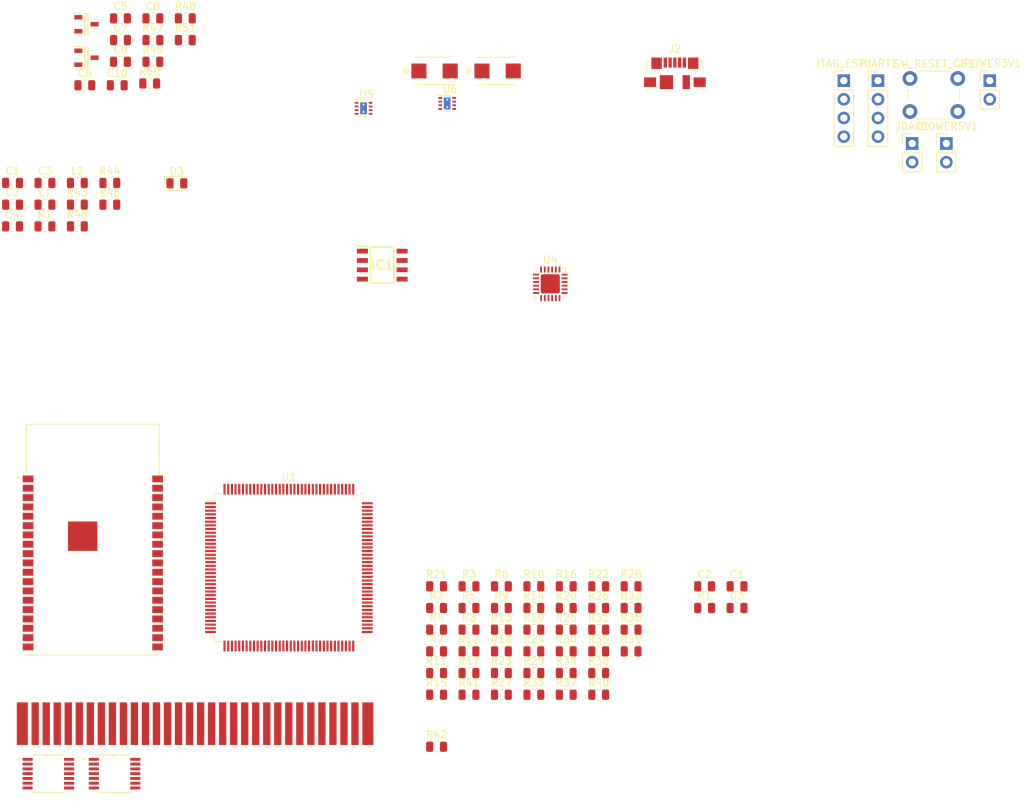
<source format=kicad_pcb>
(kicad_pcb (version 20171130) (host pcbnew "(5.1.5)-3")
  (layers (0 F.Cu signal) (31 B.Cu signal) (34 B.Paste user) (35 F.Paste user) (36 B.SilkS user) (37 F.SilkS user) (38 B.Mask user) (39 F.Mask user) (44 Edge.Cuts user))
  (net 0 "")
  (net 1 "Net-(A1-Pad39)")
  (net 2 "Net-(A1-Pad1)")
  (net 3 "Net-(A1-Pad37)")
  (net 4 "Net-(A1-Pad36)")
  (net 5 "Net-(A1-Pad35)")
  (net 6 "Net-(A1-Pad34)")
  (net 7 "Net-(A1-Pad33)")
  (net 8 "Net-(A1-Pad31)")
  (net 9 "Net-(A1-Pad30)")
  (net 10 "Net-(A1-Pad29)")
  (net 11 "Net-(A1-Pad26)")
  (net 12 "Net-(A1-Pad25)")
  (net 13 "Net-(A1-Pad24)")
  (net 14 "Net-(A1-Pad23)")
  (net 15 "Net-(A1-Pad22)")
  (net 16 "Net-(A1-Pad21)")
  (net 17 "Net-(A1-Pad20)")
  (net 18 "Net-(A1-Pad19)")
  (net 19 "Net-(A1-Pad18)")
  (net 20 "Net-(A1-Pad17)")
  (net 21 "Net-(A1-Pad16)")
  (net 22 "Net-(A1-Pad14)")
  (net 23 "Net-(A1-Pad13)")
  (net 24 "Net-(A1-Pad12)")
  (net 25 "Net-(A1-Pad11)")
  (net 26 "Net-(A1-Pad10)")
  (net 27 "Net-(A1-Pad9)")
  (net 28 "Net-(A1-Pad8)")
  (net 29 "Net-(A1-Pad7)")
  (net 30 "Net-(A1-Pad6)")
  (net 31 "Net-(A1-Pad5)")
  (net 32 "Net-(A1-Pad4)")
  (net 33 "Net-(A1-Pad3)")
  (net 34 "Net-(A1-Pad2)")
  (net 35 VCC5)
  (net 36 GB_CLK)
  (net 37 GB_WR)
  (net 38 GB_RD)
  (net 39 GB_CS)
  (net 40 GB_A0)
  (net 41 GB_A1)
  (net 42 GB_A2)
  (net 43 GB_A3)
  (net 44 GB_A4)
  (net 45 GB_A5)
  (net 46 GB_A6)
  (net 47 GB_A7)
  (net 48 GB_A8)
  (net 49 GB_A9)
  (net 50 GB_A10)
  (net 51 GB_A11)
  (net 52 GB_A12)
  (net 53 GB_A13)
  (net 54 GB_A14)
  (net 55 GB_A15)
  (net 56 GB_D0)
  (net 57 GB_D1)
  (net 58 GB_D2)
  (net 59 GB_D3)
  (net 60 GB_D4)
  (net 61 GB_D5)
  (net 62 GB_D6)
  (net 63 GB_D7)
  (net 64 GB_RST)
  (net 65 ESP_DAC1)
  (net 66 GND)
  (net 67 ESP_DAC2)
  (net 68 VCC3)
  (net 69 D3)
  (net 70 D2)
  (net 71 D1)
  (net 72 D0)
  (net 73 D7)
  (net 74 D6)
  (net 75 D5)
  (net 76 D4)
  (net 77 "Net-(U1-Pad144)")
  (net 78 "Net-(U1-Pad143)")
  (net 79 "Net-(U1-Pad142)")
  (net 80 "Net-(U1-Pad141)")
  (net 81 "Net-(U1-Pad140)")
  (net 82 "Net-(U1-Pad139)")
  (net 83 "Net-(U1-Pad138)")
  (net 84 "Net-(U1-Pad137)")
  (net 85 "Net-(U1-Pad136)")
  (net 86 "Net-(U1-Pad135)")
  (net 87 "Net-(U1-Pad134)")
  (net 88 "Net-(U1-Pad133)")
  (net 89 "Net-(U1-Pad132)")
  (net 90 "Net-(U1-Pad131)")
  (net 91 "Net-(U1-Pad130)")
  (net 92 "Net-(U1-Pad129)")
  (net 93 "Net-(U1-Pad128)")
  (net 94 "Net-(U1-Pad127)")
  (net 95 "Net-(U1-Pad126)")
  (net 96 "Net-(U1-Pad125)")
  (net 97 "Net-(U1-Pad124)")
  (net 98 "Net-(U1-Pad123)")
  (net 99 "Net-(U1-Pad122)")
  (net 100 "Net-(U1-Pad121)")
  (net 101 "Net-(U1-Pad120)")
  (net 102 "Net-(U1-Pad119)")
  (net 103 "Net-(U1-Pad118)")
  (net 104 "Net-(U1-Pad117)")
  (net 105 "Net-(U1-Pad116)")
  (net 106 "Net-(U1-Pad115)")
  (net 107 "Net-(U1-Pad114)")
  (net 108 "Net-(U1-Pad113)")
  (net 109 "Net-(U1-Pad112)")
  (net 110 "Net-(U1-Pad111)")
  (net 111 "Net-(U1-Pad110)")
  (net 112 "Net-(U1-Pad109)")
  (net 113 "Net-(U1-Pad108)")
  (net 114 "Net-(U1-Pad107)")
  (net 115 "Net-(U1-Pad106)")
  (net 116 "Net-(U1-Pad105)")
  (net 117 "Net-(U1-Pad104)")
  (net 118 "Net-(U1-Pad103)")
  (net 119 "Net-(U1-Pad102)")
  (net 120 "Net-(U1-Pad101)")
  (net 121 "Net-(U1-Pad100)")
  (net 122 "Net-(U1-Pad99)")
  (net 123 "Net-(U1-Pad98)")
  (net 124 "Net-(U1-Pad97)")
  (net 125 "Net-(U1-Pad96)")
  (net 126 "Net-(U1-Pad95)")
  (net 127 "Net-(U1-Pad94)")
  (net 128 "Net-(U1-Pad93)")
  (net 129 "Net-(U1-Pad92)")
  (net 130 "Net-(U1-Pad91)")
  (net 131 "Net-(U1-Pad90)")
  (net 132 "Net-(U1-Pad89)")
  (net 133 "Net-(U1-Pad88)")
  (net 134 "Net-(U1-Pad87)")
  (net 135 "Net-(U1-Pad86)")
  (net 136 "Net-(U1-Pad85)")
  (net 137 "Net-(U1-Pad84)")
  (net 138 "Net-(U1-Pad83)")
  (net 139 "Net-(U1-Pad82)")
  (net 140 "Net-(U1-Pad81)")
  (net 141 "Net-(U1-Pad80)")
  (net 142 "Net-(U1-Pad79)")
  (net 143 "Net-(U1-Pad78)")
  (net 144 "Net-(U1-Pad77)")
  (net 145 "Net-(U1-Pad76)")
  (net 146 "Net-(U1-Pad75)")
  (net 147 "Net-(U1-Pad74)")
  (net 148 "Net-(U1-Pad73)")
  (net 149 "Net-(U1-Pad72)")
  (net 150 "Net-(U1-Pad71)")
  (net 151 "Net-(U1-Pad70)")
  (net 152 "Net-(U1-Pad69)")
  (net 153 "Net-(U1-Pad68)")
  (net 154 "Net-(U1-Pad67)")
  (net 155 "Net-(U1-Pad66)")
  (net 156 "Net-(U1-Pad65)")
  (net 157 "Net-(U1-Pad64)")
  (net 158 "Net-(U1-Pad63)")
  (net 159 "Net-(U1-Pad62)")
  (net 160 "Net-(U1-Pad61)")
  (net 161 "Net-(U1-Pad60)")
  (net 162 "Net-(U1-Pad59)")
  (net 163 "Net-(U1-Pad58)")
  (net 164 "Net-(U1-Pad57)")
  (net 165 "Net-(U1-Pad56)")
  (net 166 "Net-(U1-Pad55)")
  (net 167 "Net-(U1-Pad54)")
  (net 168 "Net-(U1-Pad53)")
  (net 169 "Net-(U1-Pad52)")
  (net 170 "Net-(U1-Pad51)")
  (net 171 "Net-(U1-Pad50)")
  (net 172 "Net-(U1-Pad49)")
  (net 173 "Net-(U1-Pad48)")
  (net 174 "Net-(U1-Pad47)")
  (net 175 "Net-(U1-Pad46)")
  (net 176 "Net-(U1-Pad45)")
  (net 177 "Net-(U1-Pad44)")
  (net 178 "Net-(U1-Pad43)")
  (net 179 "Net-(U1-Pad42)")
  (net 180 "Net-(U1-Pad41)")
  (net 181 "Net-(U1-Pad40)")
  (net 182 "Net-(U1-Pad39)")
  (net 183 "Net-(U1-Pad38)")
  (net 184 "Net-(U1-Pad37)")
  (net 185 "Net-(U1-Pad36)")
  (net 186 "Net-(U1-Pad35)")
  (net 187 "Net-(U1-Pad34)")
  (net 188 "Net-(U1-Pad33)")
  (net 189 "Net-(U1-Pad32)")
  (net 190 "Net-(U1-Pad31)")
  (net 191 "Net-(U1-Pad30)")
  (net 192 "Net-(U1-Pad29)")
  (net 193 "Net-(U1-Pad28)")
  (net 194 "Net-(U1-Pad27)")
  (net 195 "Net-(U1-Pad26)")
  (net 196 "Net-(U1-Pad25)")
  (net 197 "Net-(U1-Pad24)")
  (net 198 "Net-(U1-Pad23)")
  (net 199 "Net-(U1-Pad22)")
  (net 200 "Net-(U1-Pad21)")
  (net 201 "Net-(U1-Pad20)")
  (net 202 "Net-(U1-Pad19)")
  (net 203 "Net-(U1-Pad18)")
  (net 204 "Net-(U1-Pad17)")
  (net 205 "Net-(U1-Pad16)")
  (net 206 "Net-(U1-Pad15)")
  (net 207 "Net-(U1-Pad14)")
  (net 208 "Net-(U1-Pad13)")
  (net 209 "Net-(U1-Pad12)")
  (net 210 "Net-(U1-Pad11)")
  (net 211 "Net-(U1-Pad10)")
  (net 212 "Net-(U1-Pad9)")
  (net 213 "Net-(U1-Pad8)")
  (net 214 "Net-(U1-Pad7)")
  (net 215 "Net-(U1-Pad6)")
  (net 216 "Net-(U1-Pad5)")
  (net 217 "Net-(U1-Pad4)")
  (net 218 "Net-(U1-Pad3)")
  (net 219 "Net-(U1-Pad2)")
  (net 220 "Net-(U1-Pad1)")
  (net 221 ESP_EN)
  (net 222 A0)
  (net 223 CLK)
  (net 224 A1)
  (net 225 WR)
  (net 226 A2)
  (net 227 RD)
  (net 228 A3)
  (net 229 CS)
  (net 230 A4)
  (net 231 A5)
  (net 232 A6)
  (net 233 A7)
  (net 234 A8)
  (net 235 A9)
  (net 236 A10)
  (net 237 A11)
  (net 238 A12)
  (net 239 A13)
  (net 240 A14)
  (net 241 A15)
  (net 242 ESP_MTDO)
  (net 243 ESP_MTCK)
  (net 244 ESP_MTDI)
  (net 245 ESP_MTMS)
  (net 246 ESP_RX)
  (net 247 ESP_TX)
  (net 248 "Net-(IC1-Pad7)")
  (net 249 "Net-(IC1-Pad6)")
  (net 250 "Net-(IC1-Pad5)")
  (net 251 "Net-(IC1-Pad4)")
  (net 252 "Net-(IC1-Pad3)")
  (net 253 "Net-(IC1-Pad2)")
  (net 254 "Net-(IC1-Pad1)")
  (net 255 GB_VIN)
  (net 256 "Net-(J2-Pad6)")
  (net 257 "Net-(J2-Pad5)")
  (net 258 "Net-(J2-Pad4)")
  (net 259 "Net-(J2-Pad3)")
  (net 260 "Net-(J2-Pad2)")
  (net 261 "Net-(J2-Pad1)")
  (net 262 "Net-(U4-Pad24)")
  (net 263 "Net-(U4-Pad23)")
  (net 264 "Net-(U4-Pad22)")
  (net 265 "Net-(U4-Pad21)")
  (net 266 "Net-(U4-Pad20)")
  (net 267 "Net-(U4-Pad19)")
  (net 268 "Net-(U4-Pad18)")
  (net 269 "Net-(U4-Pad17)")
  (net 270 "Net-(U4-Pad16)")
  (net 271 "Net-(U4-Pad15)")
  (net 272 "Net-(U4-Pad14)")
  (net 273 "Net-(U4-Pad13)")
  (net 274 "Net-(U4-Pad12)")
  (net 275 "Net-(U4-Pad11)")
  (net 276 "Net-(U4-Pad10)")
  (net 277 "Net-(U4-Pad9)")
  (net 278 "Net-(U4-Pad8)")
  (net 279 "Net-(U4-Pad7)")
  (net 280 "Net-(U4-Pad6)")
  (net 281 "Net-(U4-Pad5)")
  (net 282 "Net-(U4-Pad4)")
  (net 283 "Net-(U4-Pad3)")
  (net 284 "Net-(U4-Pad2)")
  (net 285 "Net-(U4-Pad1)")
  (net 286 "Net-(U4-Pad25)")
  (net 287 "Net-(D1-Pad2)")
  (net 288 "Net-(D1-Pad1)")
  (net 289 "Net-(D2-Pad2)")
  (net 290 "Net-(D2-Pad1)")
  (net 291 "Net-(U5-Pad9)")
  (net 292 "Net-(U5-Pad6)")
  (net 293 "Net-(U5-Pad5)")
  (net 294 "Net-(U5-Pad4)")
  (net 295 "Net-(U5-Pad2)")
  (net 296 "Net-(U5-Pad1)")
  (net 297 "Net-(U5-Pad8)")
  (net 298 "Net-(U5-Pad7)")
  (net 299 "Net-(U5-Pad3)")
  (net 300 "Net-(U6-Pad9)")
  (net 301 "Net-(U6-Pad6)")
  (net 302 "Net-(U6-Pad5)")
  (net 303 "Net-(U6-Pad4)")
  (net 304 "Net-(U6-Pad2)")
  (net 305 "Net-(U6-Pad1)")
  (net 306 "Net-(U6-Pad8)")
  (net 307 "Net-(U6-Pad7)")
  (net 308 "Net-(U6-Pad3)")
  (net 309 "Net-(C1-Pad2)")
  (net 310 "Net-(C1-Pad1)")
  (net 311 "Net-(C2-Pad2)")
  (net 312 "Net-(C2-Pad1)")
  (net 313 "Net-(C3-Pad2)")
  (net 314 "Net-(C3-Pad1)")
  (net 315 "Net-(C4-Pad2)")
  (net 316 "Net-(C4-Pad1)")
  (net 317 "Net-(D3-Pad2)")
  (net 318 "Net-(L1-Pad2)")
  (net 319 "Net-(L1-Pad1)")
  (net 320 "Net-(L2-Pad2)")
  (net 321 "Net-(L2-Pad1)")
  (net 322 "Net-(R1-Pad2)")
  (net 323 "Net-(R1-Pad1)")
  (net 324 "Net-(R43-Pad2)")
  (net 325 "Net-(R43-Pad1)")
  (net 326 "Net-(R44-Pad2)")
  (net 327 "Net-(R44-Pad1)")
  (net 328 "Net-(R45-Pad2)")
  (net 329 "Net-(R45-Pad1)")
  (net 330 "Net-(R46-Pad2)")
  (net 331 "Net-(R46-Pad1)")
  (net 332 "Net-(C5-Pad2)")
  (net 333 "Net-(C5-Pad1)")
  (net 334 "Net-(C6-Pad2)")
  (net 335 "Net-(C6-Pad1)")
  (net 336 "Net-(C7-Pad2)")
  (net 337 "Net-(C7-Pad1)")
  (net 338 "Net-(C8-Pad2)")
  (net 339 "Net-(C8-Pad1)")
  (net 340 "Net-(C9-Pad2)")
  (net 341 "Net-(C9-Pad1)")
  (net 342 "Net-(C10-Pad2)")
  (net 343 "Net-(C10-Pad1)")
  (net 344 "Net-(Q1-Pad3)")
  (net 345 "Net-(Q1-Pad2)")
  (net 346 "Net-(Q1-Pad1)")
  (net 347 "Net-(Q2-Pad3)")
  (net 348 "Net-(Q2-Pad2)")
  (net 349 "Net-(Q2-Pad1)")
  (net 350 "Net-(R47-Pad2)")
  (net 351 "Net-(R47-Pad1)")
  (net 352 "Net-(R48-Pad2)")
  (net 353 "Net-(R48-Pad1)")
  (net 354 "Net-(R49-Pad2)")
  (net 355 "Net-(R49-Pad1)")
  (net 356 "Net-(R50-Pad2)")
  (net 357 "Net-(R50-Pad1)")
  (net 358 "Net-(R51-Pad2)")
  (net 359 "Net-(R51-Pad1)")
  (module Resistor_SMD:R_0805_2012Metric (layer F.Cu) (at 128.151001 62.853001)
    (fp_text reference R51 (at 0 -1.65) (layer F.SilkS))
    (fp_text value R)
    (pad 2 smd roundrect (at 0.9375 0) (size 0.975 1.4) (layers F.Cu F.Paste F.Mask) (net 358 "Net-(R51-Pad2)"))
    (pad 1 smd roundrect (at -0.9375 0) (size 0.975 1.4) (layers F.Cu F.Paste F.Mask) (net 359 "Net-(R51-Pad1)"))
  )
  (module Resistor_SMD:R_0805_2012Metric (layer F.Cu) (at 123.301001 68.753001)
    (fp_text reference R50 (at 0 -1.65) (layer F.SilkS))
    (fp_text value R)
    (pad 2 smd roundrect (at 0.9375 0) (size 0.975 1.4) (layers F.Cu F.Paste F.Mask) (net 356 "Net-(R50-Pad2)"))
    (pad 1 smd roundrect (at -0.9375 0) (size 0.975 1.4) (layers F.Cu F.Paste F.Mask) (net 357 "Net-(R50-Pad1)"))
  )
  (module Resistor_SMD:R_0805_2012Metric (layer F.Cu) (at 123.741001 65.803001)
    (fp_text reference R49 (at 0 -1.65) (layer F.SilkS))
    (fp_text value R)
    (pad 2 smd roundrect (at 0.9375 0) (size 0.975 1.4) (layers F.Cu F.Paste F.Mask) (net 354 "Net-(R49-Pad2)"))
    (pad 1 smd roundrect (at -0.9375 0) (size 0.975 1.4) (layers F.Cu F.Paste F.Mask) (net 355 "Net-(R49-Pad1)"))
  )
  (module Resistor_SMD:R_0805_2012Metric (layer F.Cu) (at 128.151001 59.903001)
    (fp_text reference R48 (at 0 -1.65) (layer F.SilkS))
    (fp_text value R)
    (pad 2 smd roundrect (at 0.9375 0) (size 0.975 1.4) (layers F.Cu F.Paste F.Mask) (net 352 "Net-(R48-Pad2)"))
    (pad 1 smd roundrect (at -0.9375 0) (size 0.975 1.4) (layers F.Cu F.Paste F.Mask) (net 353 "Net-(R48-Pad1)"))
  )
  (module Resistor_SMD:R_0805_2012Metric (layer F.Cu) (at 123.741001 62.853001)
    (fp_text reference R47 (at 0 -1.65) (layer F.SilkS))
    (fp_text value R)
    (pad 2 smd roundrect (at 0.9375 0) (size 0.975 1.4) (layers F.Cu F.Paste F.Mask) (net 350 "Net-(R47-Pad2)"))
    (pad 1 smd roundrect (at -0.9375 0) (size 0.975 1.4) (layers F.Cu F.Paste F.Mask) (net 351 "Net-(R47-Pad1)"))
  )
  (module SS8050-G:SOT95P240X115-3N (layer F.Cu) (at 114.701001 65.253001)
    (fp_text reference Q2 (at 0 0) (layer F.SilkS) (effects (font (thickness 0.015))))
    (fp_text value SS8050-G)
    (pad 3 smd rect (at 1.1 0) (size 1.1 0.6) (layers F.Cu F.Paste F.Mask) (net 347 "Net-(Q2-Pad3)"))
    (pad 2 smd rect (at -1.1 0.95) (size 1.1 0.6) (layers F.Cu F.Paste F.Mask) (net 348 "Net-(Q2-Pad2)"))
    (pad 1 smd rect (at -1.1 -0.95) (size 1.1 0.6) (layers F.Cu F.Paste F.Mask) (net 349 "Net-(Q2-Pad1)"))
  )
  (module SS8050-G:SOT95P240X115-3N (layer F.Cu) (at 114.701001 60.703001)
    (fp_text reference Q1 (at 0 0) (layer F.SilkS) (effects (font (thickness 0.015))))
    (fp_text value SS8050-G)
    (pad 3 smd rect (at 1.1 0) (size 1.1 0.6) (layers F.Cu F.Paste F.Mask) (net 344 "Net-(Q1-Pad3)"))
    (pad 2 smd rect (at -1.1 0.95) (size 1.1 0.6) (layers F.Cu F.Paste F.Mask) (net 345 "Net-(Q1-Pad2)"))
    (pad 1 smd rect (at -1.1 -0.95) (size 1.1 0.6) (layers F.Cu F.Paste F.Mask) (net 346 "Net-(Q1-Pad1)"))
  )
  (module Capacitor_SMD:C_0805_2012Metric (layer F.Cu) (at 118.891001 69.003001)
    (fp_text reference C10 (at 0 -1.65) (layer F.SilkS))
    (fp_text value C)
    (pad 2 smd roundrect (at 0.9375 0) (size 0.975 1.4) (layers F.Cu F.Paste F.Mask) (net 342 "Net-(C10-Pad2)"))
    (pad 1 smd roundrect (at -0.9375 0) (size 0.975 1.4) (layers F.Cu F.Paste F.Mask) (net 343 "Net-(C10-Pad1)"))
  )
  (module Capacitor_SMD:C_0805_2012Metric (layer F.Cu) (at 119.331001 65.803001)
    (fp_text reference C9 (at 0 -1.65) (layer F.SilkS))
    (fp_text value C)
    (pad 2 smd roundrect (at 0.9375 0) (size 0.975 1.4) (layers F.Cu F.Paste F.Mask) (net 340 "Net-(C9-Pad2)"))
    (pad 1 smd roundrect (at -0.9375 0) (size 0.975 1.4) (layers F.Cu F.Paste F.Mask) (net 341 "Net-(C9-Pad1)"))
  )
  (module Capacitor_SMD:C_0805_2012Metric (layer F.Cu) (at 123.741001 59.903001)
    (fp_text reference C8 (at 0 -1.65) (layer F.SilkS))
    (fp_text value C)
    (pad 2 smd roundrect (at 0.9375 0) (size 0.975 1.4) (layers F.Cu F.Paste F.Mask) (net 338 "Net-(C8-Pad2)"))
    (pad 1 smd roundrect (at -0.9375 0) (size 0.975 1.4) (layers F.Cu F.Paste F.Mask) (net 339 "Net-(C8-Pad1)"))
  )
  (module Capacitor_SMD:C_0805_2012Metric (layer F.Cu) (at 119.331001 62.853001)
    (fp_text reference C7 (at 0 -1.65) (layer F.SilkS))
    (fp_text value C)
    (pad 2 smd roundrect (at 0.9375 0) (size 0.975 1.4) (layers F.Cu F.Paste F.Mask) (net 336 "Net-(C7-Pad2)"))
    (pad 1 smd roundrect (at -0.9375 0) (size 0.975 1.4) (layers F.Cu F.Paste F.Mask) (net 337 "Net-(C7-Pad1)"))
  )
  (module Capacitor_SMD:C_0805_2012Metric (layer F.Cu) (at 114.481001 69.003001)
    (fp_text reference C6 (at 0 -1.65) (layer F.SilkS))
    (fp_text value C)
    (pad 2 smd roundrect (at 0.9375 0) (size 0.975 1.4) (layers F.Cu F.Paste F.Mask) (net 334 "Net-(C6-Pad2)"))
    (pad 1 smd roundrect (at -0.9375 0) (size 0.975 1.4) (layers F.Cu F.Paste F.Mask) (net 335 "Net-(C6-Pad1)"))
  )
  (module Capacitor_SMD:C_0805_2012Metric (layer F.Cu) (at 119.331001 59.903001)
    (fp_text reference C5 (at 0 -1.65) (layer F.SilkS))
    (fp_text value C)
    (pad 2 smd roundrect (at 0.9375 0) (size 0.975 1.4) (layers F.Cu F.Paste F.Mask) (net 332 "Net-(C5-Pad2)"))
    (pad 1 smd roundrect (at -0.9375 0) (size 0.975 1.4) (layers F.Cu F.Paste F.Mask) (net 333 "Net-(C5-Pad1)"))
  )
  (module Resistor_SMD:R_0805_2012Metric (layer F.Cu) (at 117.878 85.246)
    (fp_text reference R46 (at 0 -1.65) (layer F.SilkS))
    (fp_text value R)
    (pad 2 smd roundrect (at 0.9375 0) (size 0.975 1.4) (layers F.Cu F.Paste F.Mask) (net 330 "Net-(R46-Pad2)"))
    (pad 1 smd roundrect (at -0.9375 0) (size 0.975 1.4) (layers F.Cu F.Paste F.Mask) (net 331 "Net-(R46-Pad1)"))
  )
  (module Resistor_SMD:R_0805_2012Metric (layer F.Cu) (at 113.468 88.196)
    (fp_text reference R45 (at 0 -1.65) (layer F.SilkS))
    (fp_text value R)
    (pad 2 smd roundrect (at 0.9375 0) (size 0.975 1.4) (layers F.Cu F.Paste F.Mask) (net 328 "Net-(R45-Pad2)"))
    (pad 1 smd roundrect (at -0.9375 0) (size 0.975 1.4) (layers F.Cu F.Paste F.Mask) (net 329 "Net-(R45-Pad1)"))
  )
  (module Resistor_SMD:R_0805_2012Metric (layer F.Cu) (at 117.878 82.296)
    (fp_text reference R44 (at 0 -1.65) (layer F.SilkS))
    (fp_text value R)
    (pad 2 smd roundrect (at 0.9375 0) (size 0.975 1.4) (layers F.Cu F.Paste F.Mask) (net 326 "Net-(R44-Pad2)"))
    (pad 1 smd roundrect (at -0.9375 0) (size 0.975 1.4) (layers F.Cu F.Paste F.Mask) (net 327 "Net-(R44-Pad1)"))
  )
  (module Resistor_SMD:R_0805_2012Metric (layer F.Cu) (at 113.468 85.246)
    (fp_text reference R43 (at 0 -1.65) (layer F.SilkS))
    (fp_text value R)
    (pad 2 smd roundrect (at 0.9375 0) (size 0.975 1.4) (layers F.Cu F.Paste F.Mask) (net 324 "Net-(R43-Pad2)"))
    (pad 1 smd roundrect (at -0.9375 0) (size 0.975 1.4) (layers F.Cu F.Paste F.Mask) (net 325 "Net-(R43-Pad1)"))
  )
  (module Resistor_SMD:R_0805_2012Metric (layer F.Cu) (at 109.058 88.196)
    (fp_text reference R1 (at 0 -1.65) (layer F.SilkS))
    (fp_text value R)
    (pad 2 smd roundrect (at 0.9375 0) (size 0.975 1.4) (layers F.Cu F.Paste F.Mask) (net 322 "Net-(R1-Pad2)"))
    (pad 1 smd roundrect (at -0.9375 0) (size 0.975 1.4) (layers F.Cu F.Paste F.Mask) (net 323 "Net-(R1-Pad1)"))
  )
  (module Inductor_SMD:L_0805_2012Metric (layer F.Cu) (at 113.468 82.296)
    (fp_text reference L2 (at 0 -1.65) (layer F.SilkS))
    (fp_text value INDUCTOR)
    (pad 2 smd roundrect (at 0.9375 0) (size 0.975 1.4) (layers F.Cu F.Paste F.Mask) (net 320 "Net-(L2-Pad2)"))
    (pad 1 smd roundrect (at -0.9375 0) (size 0.975 1.4) (layers F.Cu F.Paste F.Mask) (net 321 "Net-(L2-Pad1)"))
  )
  (module Inductor_SMD:L_0805_2012Metric (layer F.Cu) (at 109.058 85.246)
    (fp_text reference L1 (at 0 -1.65) (layer F.SilkS))
    (fp_text value INDUCTOR)
    (pad 2 smd roundrect (at 0.9375 0) (size 0.975 1.4) (layers F.Cu F.Paste F.Mask) (net 318 "Net-(L1-Pad2)"))
    (pad 1 smd roundrect (at -0.9375 0) (size 0.975 1.4) (layers F.Cu F.Paste F.Mask) (net 319 "Net-(L1-Pad1)"))
  )
  (module Diode_SMD:D_0805_2012Metric (layer F.Cu) (at 126.998 82.341)
    (fp_text reference D3 (at 0 -1.65) (layer F.SilkS))
    (fp_text value D)
    (pad 2 smd roundrect (at 0.9375 0) (size 0.975 1.4) (layers F.Cu F.Paste F.Mask) (net 317 "Net-(D3-Pad2)"))
    (pad 1 smd roundrect (at -0.9375 0) (size 0.975 1.4) (layers F.Cu F.Paste F.Mask) (net 35 VCC5))
  )
  (module Capacitor_SMD:C_0805_2012Metric (layer F.Cu) (at 104.648 88.196)
    (fp_text reference C4 (at 0 -1.65) (layer F.SilkS))
    (fp_text value C)
    (pad 2 smd roundrect (at 0.9375 0) (size 0.975 1.4) (layers F.Cu F.Paste F.Mask) (net 315 "Net-(C4-Pad2)"))
    (pad 1 smd roundrect (at -0.9375 0) (size 0.975 1.4) (layers F.Cu F.Paste F.Mask) (net 316 "Net-(C4-Pad1)"))
  )
  (module Capacitor_SMD:C_0805_2012Metric (layer F.Cu) (at 109.058 82.296)
    (fp_text reference C3 (at 0 -1.65) (layer F.SilkS))
    (fp_text value C)
    (pad 2 smd roundrect (at 0.9375 0) (size 0.975 1.4) (layers F.Cu F.Paste F.Mask) (net 313 "Net-(C3-Pad2)"))
    (pad 1 smd roundrect (at -0.9375 0) (size 0.975 1.4) (layers F.Cu F.Paste F.Mask) (net 314 "Net-(C3-Pad1)"))
  )
  (module Capacitor_SMD:C_0805_2012Metric (layer F.Cu) (at 104.648 85.246)
    (fp_text reference C2 (at 0 -1.65) (layer F.SilkS))
    (fp_text value C)
    (pad 2 smd roundrect (at 0.9375 0) (size 0.975 1.4) (layers F.Cu F.Paste F.Mask) (net 311 "Net-(C2-Pad2)"))
    (pad 1 smd roundrect (at -0.9375 0) (size 0.975 1.4) (layers F.Cu F.Paste F.Mask) (net 312 "Net-(C2-Pad1)"))
  )
  (module Capacitor_SMD:C_0805_2012Metric (layer F.Cu) (at 104.648 82.296)
    (fp_text reference C1 (at 0 -1.65) (layer F.SilkS))
    (fp_text value C)
    (pad 2 smd roundrect (at 0.9375 0) (size 0.975 1.4) (layers F.Cu F.Paste F.Mask) (net 309 "Net-(C1-Pad2)"))
    (pad 1 smd roundrect (at -0.9375 0) (size 0.975 1.4) (layers F.Cu F.Paste F.Mask) (net 310 "Net-(C1-Pad1)"))
  )
  (module Package_SON:WSON-8-1EP_2x2mm_P0.5mm_EP0.9x1.6mm_ThermalVias (layer F.Cu) (at 163.777 71.476)
    (fp_text reference U6 (at 0.38 -1.9) (layer F.SilkS))
    (fp_text value TPS62170DSG)
    (pad 9 smd rect (at 0 0) (size 0.9 1.6) (layers B.Cu) (net 300 "Net-(U6-Pad9)"))
    (pad 6 smd rect (at 0.95 0.25) (size 0.5 0.25) (layers F.Cu F.Paste F.Mask) (net 301 "Net-(U6-Pad6)"))
    (pad 5 smd rect (at 0.95 0.75) (size 0.5 0.25) (layers F.Cu F.Paste F.Mask) (net 302 "Net-(U6-Pad5)"))
    (pad 4 smd rect (at -0.95 0.75) (size 0.5 0.25) (layers F.Cu F.Paste F.Mask) (net 303 "Net-(U6-Pad4)"))
    (pad 2 smd rect (at -0.95 -0.25) (size 0.5 0.25) (layers F.Cu F.Paste F.Mask) (net 304 "Net-(U6-Pad2)"))
    (pad 1 smd rect (at -0.95 -0.75) (size 0.5 0.25) (layers F.Cu F.Paste F.Mask) (net 305 "Net-(U6-Pad1)"))
    (pad 9 smd rect (at 0 0) (size 0.9 1.6) (layers F.Cu F.Mask) (net 300 "Net-(U6-Pad9)"))
    (pad 9 thru_hole circle (at 0 0.5) (size 0.6 0.6) (drill 0.25) (layers *.Cu) (net 300 "Net-(U6-Pad9)"))
    (pad 9 thru_hole circle (at 0 -0.5) (size 0.6 0.6) (drill 0.25) (layers *.Cu) (net 300 "Net-(U6-Pad9)"))
    (pad 8 smd rect (at 0.95 -0.75) (size 0.5 0.25) (layers F.Cu F.Paste F.Mask) (net 306 "Net-(U6-Pad8)"))
    (pad 7 smd rect (at 0.95 -0.25) (size 0.5 0.25) (layers F.Cu F.Paste F.Mask) (net 307 "Net-(U6-Pad7)"))
    (pad 3 smd rect (at -0.95 0.25) (size 0.5 0.25) (layers F.Cu F.Paste F.Mask) (net 308 "Net-(U6-Pad3)"))
  )
  (module Package_SON:WSON-8-1EP_2x2mm_P0.5mm_EP0.9x1.6mm_ThermalVias (layer F.Cu) (at 152.4 72.136)
    (fp_text reference U5 (at 0.38 -1.9) (layer F.SilkS))
    (fp_text value TPS62170DSG)
    (pad 9 smd rect (at 0 0) (size 0.9 1.6) (layers B.Cu) (net 291 "Net-(U5-Pad9)"))
    (pad 6 smd rect (at 0.95 0.25) (size 0.5 0.25) (layers F.Cu F.Paste F.Mask) (net 292 "Net-(U5-Pad6)"))
    (pad 5 smd rect (at 0.95 0.75) (size 0.5 0.25) (layers F.Cu F.Paste F.Mask) (net 293 "Net-(U5-Pad5)"))
    (pad 4 smd rect (at -0.95 0.75) (size 0.5 0.25) (layers F.Cu F.Paste F.Mask) (net 294 "Net-(U5-Pad4)"))
    (pad 2 smd rect (at -0.95 -0.25) (size 0.5 0.25) (layers F.Cu F.Paste F.Mask) (net 295 "Net-(U5-Pad2)"))
    (pad 1 smd rect (at -0.95 -0.75) (size 0.5 0.25) (layers F.Cu F.Paste F.Mask) (net 296 "Net-(U5-Pad1)"))
    (pad 9 smd rect (at 0 0) (size 0.9 1.6) (layers F.Cu F.Mask) (net 291 "Net-(U5-Pad9)"))
    (pad 9 thru_hole circle (at 0 0.5) (size 0.6 0.6) (drill 0.25) (layers *.Cu) (net 291 "Net-(U5-Pad9)"))
    (pad 9 thru_hole circle (at 0 -0.5) (size 0.6 0.6) (drill 0.25) (layers *.Cu) (net 291 "Net-(U5-Pad9)"))
    (pad 8 smd rect (at 0.95 -0.75) (size 0.5 0.25) (layers F.Cu F.Paste F.Mask) (net 297 "Net-(U5-Pad8)"))
    (pad 7 smd rect (at 0.95 -0.25) (size 0.5 0.25) (layers F.Cu F.Paste F.Mask) (net 298 "Net-(U5-Pad7)"))
    (pad 3 smd rect (at -0.95 0.25) (size 0.5 0.25) (layers F.Cu F.Paste F.Mask) (net 299 "Net-(U5-Pad3)"))
  )
  (module b240a-13-f:DIOM5136X261N (layer F.Cu) (at 170.632 67.056)
    (fp_text reference D2 (at -0.63609 -3.18041) (layer F.SilkS) (effects (font (size 1.001701 1.001701) (thickness 0.015))))
    (fp_text value D_Zener)
    (pad 2 smd rect (at 2.125 0) (size 2.06 2.02) (layers F.Cu F.Paste F.Mask) (net 289 "Net-(D2-Pad2)"))
    (pad 1 smd rect (at -2.125 0) (size 2.06 2.02) (layers F.Cu F.Paste F.Mask) (net 290 "Net-(D2-Pad1)"))
  )
  (module b240a-13-f:DIOM5136X261N (layer F.Cu) (at 162.052 67.056)
    (fp_text reference D1 (at -0.63609 -3.18041) (layer F.SilkS) (effects (font (size 1.001701 1.001701) (thickness 0.015))))
    (fp_text value D_Zener)
    (pad 2 smd rect (at 2.125 0) (size 2.06 2.02) (layers F.Cu F.Paste F.Mask) (net 287 "Net-(D1-Pad2)"))
    (pad 1 smd rect (at -2.125 0) (size 2.06 2.02) (layers F.Cu F.Paste F.Mask) (net 288 "Net-(D1-Pad1)"))
  )
  (module Package_DFN_QFN:QFN-24-1EP_4x4mm_P0.5mm_EP2.6x2.6mm (layer F.Cu) (at 177.8 96.012)
    (fp_text reference U4 (at 0 -3.3) (layer F.SilkS))
    (fp_text value CP2102N-A01-GQFN24)
    (pad 24 smd roundrect (at -1.25 -1.9375) (size 0.25 0.825) (layers F.Cu F.Paste F.Mask) (net 262 "Net-(U4-Pad24)"))
    (pad 23 smd roundrect (at -0.75 -1.9375) (size 0.25 0.825) (layers F.Cu F.Paste F.Mask) (net 263 "Net-(U4-Pad23)"))
    (pad 22 smd roundrect (at -0.25 -1.9375) (size 0.25 0.825) (layers F.Cu F.Paste F.Mask) (net 264 "Net-(U4-Pad22)"))
    (pad 21 smd roundrect (at 0.25 -1.9375) (size 0.25 0.825) (layers F.Cu F.Paste F.Mask) (net 265 "Net-(U4-Pad21)"))
    (pad 20 smd roundrect (at 0.75 -1.9375) (size 0.25 0.825) (layers F.Cu F.Paste F.Mask) (net 266 "Net-(U4-Pad20)"))
    (pad 19 smd roundrect (at 1.25 -1.9375) (size 0.25 0.825) (layers F.Cu F.Paste F.Mask) (net 267 "Net-(U4-Pad19)"))
    (pad 18 smd roundrect (at 1.9375 -1.25) (size 0.825 0.25) (layers F.Cu F.Paste F.Mask) (net 268 "Net-(U4-Pad18)"))
    (pad 17 smd roundrect (at 1.9375 -0.75) (size 0.825 0.25) (layers F.Cu F.Paste F.Mask) (net 269 "Net-(U4-Pad17)"))
    (pad 16 smd roundrect (at 1.9375 -0.25) (size 0.825 0.25) (layers F.Cu F.Paste F.Mask) (net 270 "Net-(U4-Pad16)"))
    (pad 15 smd roundrect (at 1.9375 0.25) (size 0.825 0.25) (layers F.Cu F.Paste F.Mask) (net 271 "Net-(U4-Pad15)"))
    (pad 14 smd roundrect (at 1.9375 0.75) (size 0.825 0.25) (layers F.Cu F.Paste F.Mask) (net 272 "Net-(U4-Pad14)"))
    (pad 13 smd roundrect (at 1.9375 1.25) (size 0.825 0.25) (layers F.Cu F.Paste F.Mask) (net 273 "Net-(U4-Pad13)"))
    (pad 12 smd roundrect (at 1.25 1.9375) (size 0.25 0.825) (layers F.Cu F.Paste F.Mask) (net 274 "Net-(U4-Pad12)"))
    (pad 11 smd roundrect (at 0.75 1.9375) (size 0.25 0.825) (layers F.Cu F.Paste F.Mask) (net 275 "Net-(U4-Pad11)"))
    (pad 10 smd roundrect (at 0.25 1.9375) (size 0.25 0.825) (layers F.Cu F.Paste F.Mask) (net 276 "Net-(U4-Pad10)"))
    (pad 9 smd roundrect (at -0.25 1.9375) (size 0.25 0.825) (layers F.Cu F.Paste F.Mask) (net 277 "Net-(U4-Pad9)"))
    (pad 8 smd roundrect (at -0.75 1.9375) (size 0.25 0.825) (layers F.Cu F.Paste F.Mask) (net 278 "Net-(U4-Pad8)"))
    (pad 7 smd roundrect (at -1.25 1.9375) (size 0.25 0.825) (layers F.Cu F.Paste F.Mask) (net 279 "Net-(U4-Pad7)"))
    (pad 6 smd roundrect (at -1.9375 1.25) (size 0.825 0.25) (layers F.Cu F.Paste F.Mask) (net 280 "Net-(U4-Pad6)"))
    (pad 5 smd roundrect (at -1.9375 0.75) (size 0.825 0.25) (layers F.Cu F.Paste F.Mask) (net 281 "Net-(U4-Pad5)"))
    (pad 4 smd roundrect (at -1.9375 0.25) (size 0.825 0.25) (layers F.Cu F.Paste F.Mask) (net 282 "Net-(U4-Pad4)"))
    (pad 3 smd roundrect (at -1.9375 -0.25) (size 0.825 0.25) (layers F.Cu F.Paste F.Mask) (net 283 "Net-(U4-Pad3)"))
    (pad 2 smd roundrect (at -1.9375 -0.75) (size 0.825 0.25) (layers F.Cu F.Paste F.Mask) (net 284 "Net-(U4-Pad2)"))
    (pad 1 smd roundrect (at -1.9375 -1.25) (size 0.825 0.25) (layers F.Cu F.Paste F.Mask) (net 285 "Net-(U4-Pad1)"))
    (pad 25 smd roundrect (at 0 0) (size 2.6 2.6) (layers F.Cu F.Mask) (roundrect_rratio 0.096154) (net 286 "Net-(U4-Pad25)"))
  )
  (module Button_Switch_THT:SW_PUSH_6mm (layer F.Cu) (at 226.725001 68.073001)
    (fp_text reference SW_RESET_GB1 (at 3.25 -2) (layer F.SilkS))
    (fp_text value SW_Push)
    (pad 1 thru_hole circle (at 6.5 0 90) (size 2 2) (drill 1.1) (layers *.Cu *.Mask) (net 64 GB_RST))
    (pad 2 thru_hole circle (at 6.5 4.5 90) (size 2 2) (drill 1.1) (layers *.Cu *.Mask) (net 66 GND))
    (pad 1 thru_hole circle (at 0 0 90) (size 2 2) (drill 1.1) (layers *.Cu *.Mask) (net 64 GB_RST))
    (pad 2 thru_hole circle (at 0 4.5 90) (size 2 2) (drill 1.1) (layers *.Cu *.Mask) (net 66 GND))
  )
  (module Connector_PinHeader_2.54mm:PinHeader_1x04_P2.54mm_Vertical (layer F.Cu) (at 222.375001 68.373001)
    (fp_text reference JUART1 (at 0 -2.33) (layer F.SilkS))
    (fp_text value Conn_01x04)
    (pad 4 thru_hole oval (at 0 7.62) (size 1.7 1.7) (drill 1) (layers *.Cu *.Mask) (net 66 GND))
    (pad 3 thru_hole oval (at 0 5.08) (size 1.7 1.7) (drill 1) (layers *.Cu *.Mask) (net 246 ESP_RX))
    (pad 2 thru_hole oval (at 0 2.54) (size 1.7 1.7) (drill 1) (layers *.Cu *.Mask) (net 247 ESP_TX))
    (pad 1 thru_hole rect (at 0 0) (size 1.7 1.7) (drill 1) (layers *.Cu *.Mask) (net 68 VCC3))
  )
  (module Connector_PinHeader_2.54mm:PinHeader_1x04_P2.54mm_Vertical (layer F.Cu) (at 217.725001 68.373001)
    (fp_text reference JTAG_ESP1 (at 0 -2.33) (layer F.SilkS))
    (fp_text value Conn_01x04)
    (pad 4 thru_hole oval (at 0 7.62) (size 1.7 1.7) (drill 1) (layers *.Cu *.Mask) (net 242 ESP_MTDO))
    (pad 3 thru_hole oval (at 0 5.08) (size 1.7 1.7) (drill 1) (layers *.Cu *.Mask) (net 243 ESP_MTCK))
    (pad 2 thru_hole oval (at 0 2.54) (size 1.7 1.7) (drill 1) (layers *.Cu *.Mask) (net 244 ESP_MTDI))
    (pad 1 thru_hole rect (at 0 0) (size 1.7 1.7) (drill 1) (layers *.Cu *.Mask) (net 245 ESP_MTMS))
  )
  (module Connector_PinHeader_2.54mm:PinHeader_1x02_P2.54mm_Vertical (layer F.Cu) (at 231.675001 76.923001)
    (fp_text reference JPOWER5V1 (at 0 -2.33) (layer F.SilkS))
    (fp_text value Conn_01x02)
    (pad 2 thru_hole oval (at 0 2.54) (size 1.7 1.7) (drill 1) (layers *.Cu *.Mask) (net 66 GND))
    (pad 1 thru_hole rect (at 0 0) (size 1.7 1.7) (drill 1) (layers *.Cu *.Mask) (net 35 VCC5))
  )
  (module Connector_PinHeader_2.54mm:PinHeader_1x02_P2.54mm_Vertical (layer F.Cu) (at 237.575001 68.373001)
    (fp_text reference JPOWER3V1 (at 0 -2.33) (layer F.SilkS))
    (fp_text value Conn_01x02)
    (pad 2 thru_hole oval (at 0 2.54) (size 1.7 1.7) (drill 1) (layers *.Cu *.Mask) (net 66 GND))
    (pad 1 thru_hole rect (at 0 0) (size 1.7 1.7) (drill 1) (layers *.Cu *.Mask) (net 68 VCC3))
  )
  (module Connector_PinHeader_2.54mm:PinHeader_1x02_P2.54mm_Vertical (layer F.Cu) (at 227.025001 76.923001)
    (fp_text reference JDAC1 (at 0 -2.33) (layer F.SilkS))
    (fp_text value Conn_01x02)
    (pad 2 thru_hole oval (at 0 2.54) (size 1.7 1.7) (drill 1) (layers *.Cu *.Mask) (net 67 ESP_DAC2))
    (pad 1 thru_hole rect (at 0 0) (size 1.7 1.7) (drill 1) (layers *.Cu *.Mask) (net 65 ESP_DAC1))
  )
  (module Connector_USB:USB_Micro-B_Molex_47346-0001 (layer F.Cu) (at 194.745 67.38)
    (fp_text reference J2 (at 0 -3.3 180) (layer F.SilkS))
    (fp_text value USB_B_Micro)
    (pad 6 smd rect (at 1.55 1.2) (size 1 1.9) (layers F.Cu F.Paste F.Mask) (net 256 "Net-(J2-Pad6)"))
    (pad 6 smd rect (at -1.15 1.2) (size 1.8 1.9) (layers F.Cu F.Paste F.Mask) (net 256 "Net-(J2-Pad6)"))
    (pad 6 smd rect (at 3.375 1.2) (size 1.65 1.3) (layers F.Cu F.Paste F.Mask) (net 256 "Net-(J2-Pad6)"))
    (pad 6 smd rect (at -3.375 1.2) (size 1.65 1.3) (layers F.Cu F.Paste F.Mask) (net 256 "Net-(J2-Pad6)"))
    (pad 6 smd rect (at 2.4875 -1.375) (size 1.425 1.55) (layers F.Cu F.Paste F.Mask) (net 256 "Net-(J2-Pad6)"))
    (pad 6 smd rect (at -2.4875 -1.375) (size 1.425 1.55) (layers F.Cu F.Paste F.Mask) (net 256 "Net-(J2-Pad6)"))
    (pad 5 smd rect (at 1.3 -1.46) (size 0.45 1.38) (layers F.Cu F.Paste F.Mask) (net 257 "Net-(J2-Pad5)"))
    (pad 4 smd rect (at 0.65 -1.46) (size 0.45 1.38) (layers F.Cu F.Paste F.Mask) (net 258 "Net-(J2-Pad4)"))
    (pad 3 smd rect (at 0 -1.46) (size 0.45 1.38) (layers F.Cu F.Paste F.Mask) (net 259 "Net-(J2-Pad3)"))
    (pad 2 smd rect (at -0.65 -1.46) (size 0.45 1.38) (layers F.Cu F.Paste F.Mask) (net 260 "Net-(J2-Pad2)"))
    (pad 1 smd rect (at -1.3 -1.46) (size 0.45 1.38) (layers F.Cu F.Paste F.Mask) (net 261 "Net-(J2-Pad1)"))
  )
  (module LY68L6400SLIT:SOIC127P600X175-8N (layer F.Cu) (at 154.94 93.472)
    (fp_text reference IC1 (at 0 0) (layer F.SilkS) (effects (font (size 1.27 1.27) (thickness 0.254))))
    (fp_text value LY68L6400SLIT hide)
    (pad 8 smd rect (at 2.7 -1.905 90) (size 0.65 1.5) (layers F.Cu F.Paste F.Mask) (net 68 VCC3))
    (pad 7 smd rect (at 2.7 -0.635 90) (size 0.65 1.5) (layers F.Cu F.Paste F.Mask) (net 248 "Net-(IC1-Pad7)"))
    (pad 6 smd rect (at 2.7 0.635 90) (size 0.65 1.5) (layers F.Cu F.Paste F.Mask) (net 249 "Net-(IC1-Pad6)"))
    (pad 5 smd rect (at 2.7 1.905 90) (size 0.65 1.5) (layers F.Cu F.Paste F.Mask) (net 250 "Net-(IC1-Pad5)"))
    (pad 4 smd rect (at -2.7 1.905 90) (size 0.65 1.5) (layers F.Cu F.Paste F.Mask) (net 251 "Net-(IC1-Pad4)"))
    (pad 3 smd rect (at -2.7 0.635 90) (size 0.65 1.5) (layers F.Cu F.Paste F.Mask) (net 252 "Net-(IC1-Pad3)"))
    (pad 2 smd rect (at -2.7 -0.635 90) (size 0.65 1.5) (layers F.Cu F.Paste F.Mask) (net 253 "Net-(IC1-Pad2)"))
    (pad 1 smd rect (at -2.7 -1.905 90) (size 0.65 1.5) (layers F.Cu F.Paste F.Mask) (net 254 "Net-(IC1-Pad1)"))
  )
  (module Resistor_SMD:R_0805_2012Metric (layer F.Cu) (at 162.33 158.98)
    (fp_text reference R42 (at 0 -1.65) (layer F.SilkS))
    (fp_text value 10K)
    (pad 2 smd roundrect (at 0.9375 0) (size 0.975 1.4) (layers F.Cu F.Paste F.Mask) (net 35 VCC5))
    (pad 1 smd roundrect (at -0.9375 0) (size 0.975 1.4) (layers F.Cu F.Paste F.Mask) (net 64 GB_RST))
  )
  (module Resistor_SMD:R_0805_2012Metric (layer F.Cu) (at 166.74 151.91)
    (fp_text reference R41 (at 0 -1.65) (layer F.SilkS))
    (fp_text value 20K)
    (pad 2 smd roundrect (at 0.9375 0) (size 0.975 1.4) (layers F.Cu F.Paste F.Mask) (net 241 A15))
    (pad 1 smd roundrect (at -0.9375 0) (size 0.975 1.4) (layers F.Cu F.Paste F.Mask) (net 66 GND))
  )
  (module Resistor_SMD:R_0805_2012Metric (layer F.Cu) (at 184.38 151.91)
    (fp_text reference R40 (at 0 -1.65) (layer F.SilkS))
    (fp_text value 10K)
    (pad 2 smd roundrect (at 0.9375 0) (size 0.975 1.4) (layers F.Cu F.Paste F.Mask) (net 55 GB_A15))
    (pad 1 smd roundrect (at -0.9375 0) (size 0.975 1.4) (layers F.Cu F.Paste F.Mask) (net 241 A15))
  )
  (module Resistor_SMD:R_0805_2012Metric (layer F.Cu) (at 188.79 146.01)
    (fp_text reference R39 (at 0 -1.65) (layer F.SilkS))
    (fp_text value 20K)
    (pad 2 smd roundrect (at 0.9375 0) (size 0.975 1.4) (layers F.Cu F.Paste F.Mask) (net 240 A14))
    (pad 1 smd roundrect (at -0.9375 0) (size 0.975 1.4) (layers F.Cu F.Paste F.Mask) (net 66 GND))
  )
  (module Resistor_SMD:R_0805_2012Metric (layer F.Cu) (at 184.38 148.96)
    (fp_text reference R38 (at 0 -1.65) (layer F.SilkS))
    (fp_text value 10K)
    (pad 2 smd roundrect (at 0.9375 0) (size 0.975 1.4) (layers F.Cu F.Paste F.Mask) (net 54 GB_A14))
    (pad 1 smd roundrect (at -0.9375 0) (size 0.975 1.4) (layers F.Cu F.Paste F.Mask) (net 240 A14))
  )
  (module Resistor_SMD:R_0805_2012Metric (layer F.Cu) (at 179.97 151.91)
    (fp_text reference R37 (at 0 -1.65) (layer F.SilkS))
    (fp_text value 20K)
    (pad 2 smd roundrect (at 0.9375 0) (size 0.975 1.4) (layers F.Cu F.Paste F.Mask) (net 239 A13))
    (pad 1 smd roundrect (at -0.9375 0) (size 0.975 1.4) (layers F.Cu F.Paste F.Mask) (net 66 GND))
  )
  (module Resistor_SMD:R_0805_2012Metric (layer F.Cu) (at 188.79 143.06)
    (fp_text reference R36 (at 0 -1.65) (layer F.SilkS))
    (fp_text value 10K)
    (pad 2 smd roundrect (at 0.9375 0) (size 0.975 1.4) (layers F.Cu F.Paste F.Mask) (net 53 GB_A13))
    (pad 1 smd roundrect (at -0.9375 0) (size 0.975 1.4) (layers F.Cu F.Paste F.Mask) (net 239 A13))
  )
  (module Resistor_SMD:R_0805_2012Metric (layer F.Cu) (at 184.38 146.01)
    (fp_text reference R35 (at 0 -1.65) (layer F.SilkS))
    (fp_text value 20K)
    (pad 2 smd roundrect (at 0.9375 0) (size 0.975 1.4) (layers F.Cu F.Paste F.Mask) (net 238 A12))
    (pad 1 smd roundrect (at -0.9375 0) (size 0.975 1.4) (layers F.Cu F.Paste F.Mask) (net 66 GND))
  )
  (module Resistor_SMD:R_0805_2012Metric (layer F.Cu) (at 179.97 148.96)
    (fp_text reference R34 (at 0 -1.65) (layer F.SilkS))
    (fp_text value 10K)
    (pad 2 smd roundrect (at 0.9375 0) (size 0.975 1.4) (layers F.Cu F.Paste F.Mask) (net 52 GB_A12))
    (pad 1 smd roundrect (at -0.9375 0) (size 0.975 1.4) (layers F.Cu F.Paste F.Mask) (net 238 A12))
  )
  (module Resistor_SMD:R_0805_2012Metric (layer F.Cu) (at 175.56 151.91)
    (fp_text reference R33 (at 0 -1.65) (layer F.SilkS))
    (fp_text value 20K)
    (pad 2 smd roundrect (at 0.9375 0) (size 0.975 1.4) (layers F.Cu F.Paste F.Mask) (net 237 A11))
    (pad 1 smd roundrect (at -0.9375 0) (size 0.975 1.4) (layers F.Cu F.Paste F.Mask) (net 66 GND))
  )
  (module Resistor_SMD:R_0805_2012Metric (layer F.Cu) (at 188.79 140.11)
    (fp_text reference R32 (at 0 -1.65) (layer F.SilkS))
    (fp_text value 10K)
    (pad 2 smd roundrect (at 0.9375 0) (size 0.975 1.4) (layers F.Cu F.Paste F.Mask) (net 51 GB_A11))
    (pad 1 smd roundrect (at -0.9375 0) (size 0.975 1.4) (layers F.Cu F.Paste F.Mask) (net 237 A11))
  )
  (module Resistor_SMD:R_0805_2012Metric (layer F.Cu) (at 184.38 143.06)
    (fp_text reference R31 (at 0 -1.65) (layer F.SilkS))
    (fp_text value 20K)
    (pad 2 smd roundrect (at 0.9375 0) (size 0.975 1.4) (layers F.Cu F.Paste F.Mask) (net 236 A10))
    (pad 1 smd roundrect (at -0.9375 0) (size 0.975 1.4) (layers F.Cu F.Paste F.Mask) (net 66 GND))
  )
  (module Resistor_SMD:R_0805_2012Metric (layer F.Cu) (at 179.97 146.01)
    (fp_text reference R30 (at 0 -1.65) (layer F.SilkS))
    (fp_text value 10K)
    (pad 2 smd roundrect (at 0.9375 0) (size 0.975 1.4) (layers F.Cu F.Paste F.Mask) (net 50 GB_A10))
    (pad 1 smd roundrect (at -0.9375 0) (size 0.975 1.4) (layers F.Cu F.Paste F.Mask) (net 236 A10))
  )
  (module Resistor_SMD:R_0805_2012Metric (layer F.Cu) (at 175.56 148.96)
    (fp_text reference R29 (at 0 -1.65) (layer F.SilkS))
    (fp_text value 20K)
    (pad 2 smd roundrect (at 0.9375 0) (size 0.975 1.4) (layers F.Cu F.Paste F.Mask) (net 235 A9))
    (pad 1 smd roundrect (at -0.9375 0) (size 0.975 1.4) (layers F.Cu F.Paste F.Mask) (net 66 GND))
  )
  (module Resistor_SMD:R_0805_2012Metric (layer F.Cu) (at 188.79 137.16)
    (fp_text reference R28 (at 0 -1.65) (layer F.SilkS))
    (fp_text value 10K)
    (pad 2 smd roundrect (at 0.9375 0) (size 0.975 1.4) (layers F.Cu F.Paste F.Mask) (net 49 GB_A9))
    (pad 1 smd roundrect (at -0.9375 0) (size 0.975 1.4) (layers F.Cu F.Paste F.Mask) (net 235 A9))
  )
  (module Resistor_SMD:R_0805_2012Metric (layer F.Cu) (at 171.15 151.91)
    (fp_text reference R27 (at 0 -1.65) (layer F.SilkS))
    (fp_text value 20K)
    (pad 2 smd roundrect (at 0.9375 0) (size 0.975 1.4) (layers F.Cu F.Paste F.Mask) (net 234 A8))
    (pad 1 smd roundrect (at -0.9375 0) (size 0.975 1.4) (layers F.Cu F.Paste F.Mask) (net 66 GND))
  )
  (module Resistor_SMD:R_0805_2012Metric (layer F.Cu) (at 184.38 140.11)
    (fp_text reference R26 (at 0 -1.65) (layer F.SilkS))
    (fp_text value 10K)
    (pad 2 smd roundrect (at 0.9375 0) (size 0.975 1.4) (layers F.Cu F.Paste F.Mask) (net 48 GB_A8))
    (pad 1 smd roundrect (at -0.9375 0) (size 0.975 1.4) (layers F.Cu F.Paste F.Mask) (net 234 A8))
  )
  (module Resistor_SMD:R_0805_2012Metric (layer F.Cu) (at 179.97 143.06)
    (fp_text reference R25 (at 0 -1.65) (layer F.SilkS))
    (fp_text value 20K)
    (pad 2 smd roundrect (at 0.9375 0) (size 0.975 1.4) (layers F.Cu F.Paste F.Mask) (net 233 A7))
    (pad 1 smd roundrect (at -0.9375 0) (size 0.975 1.4) (layers F.Cu F.Paste F.Mask) (net 66 GND))
  )
  (module Resistor_SMD:R_0805_2012Metric (layer F.Cu) (at 175.56 146.01)
    (fp_text reference R24 (at 0 -1.65) (layer F.SilkS))
    (fp_text value 10K)
    (pad 2 smd roundrect (at 0.9375 0) (size 0.975 1.4) (layers F.Cu F.Paste F.Mask) (net 47 GB_A7))
    (pad 1 smd roundrect (at -0.9375 0) (size 0.975 1.4) (layers F.Cu F.Paste F.Mask) (net 233 A7))
  )
  (module Resistor_SMD:R_0805_2012Metric (layer F.Cu) (at 171.15 148.96)
    (fp_text reference R23 (at 0 -1.65) (layer F.SilkS))
    (fp_text value 20K)
    (pad 2 smd roundrect (at 0.9375 0) (size 0.975 1.4) (layers F.Cu F.Paste F.Mask) (net 232 A6))
    (pad 1 smd roundrect (at -0.9375 0) (size 0.975 1.4) (layers F.Cu F.Paste F.Mask) (net 66 GND))
  )
  (module Resistor_SMD:R_0805_2012Metric (layer F.Cu) (at 184.38 137.16)
    (fp_text reference R22 (at 0 -1.65) (layer F.SilkS))
    (fp_text value 10K)
    (pad 2 smd roundrect (at 0.9375 0) (size 0.975 1.4) (layers F.Cu F.Paste F.Mask) (net 46 GB_A6))
    (pad 1 smd roundrect (at -0.9375 0) (size 0.975 1.4) (layers F.Cu F.Paste F.Mask) (net 232 A6))
  )
  (module Resistor_SMD:R_0805_2012Metric (layer F.Cu) (at 162.33 137.16)
    (fp_text reference R21 (at 0 -1.65) (layer F.SilkS))
    (fp_text value 20K)
    (pad 2 smd roundrect (at 0.9375 0) (size 0.975 1.4) (layers F.Cu F.Paste F.Mask) (net 231 A5))
    (pad 1 smd roundrect (at -0.9375 0) (size 0.975 1.4) (layers F.Cu F.Paste F.Mask) (net 66 GND))
  )
  (module Resistor_SMD:R_0805_2012Metric (layer F.Cu) (at 179.97 140.11)
    (fp_text reference R20 (at 0 -1.65) (layer F.SilkS))
    (fp_text value 10K)
    (pad 2 smd roundrect (at 0.9375 0) (size 0.975 1.4) (layers F.Cu F.Paste F.Mask) (net 45 GB_A5))
    (pad 1 smd roundrect (at -0.9375 0) (size 0.975 1.4) (layers F.Cu F.Paste F.Mask) (net 231 A5))
  )
  (module Resistor_SMD:R_0805_2012Metric (layer F.Cu) (at 175.56 143.06)
    (fp_text reference R19 (at 0 -1.65) (layer F.SilkS))
    (fp_text value 20K)
    (pad 2 smd roundrect (at 0.9375 0) (size 0.975 1.4) (layers F.Cu F.Paste F.Mask) (net 230 A4))
    (pad 1 smd roundrect (at -0.9375 0) (size 0.975 1.4) (layers F.Cu F.Paste F.Mask) (net 66 GND))
  )
  (module Resistor_SMD:R_0805_2012Metric (layer F.Cu) (at 171.15 146.01)
    (fp_text reference R18 (at 0 -1.65) (layer F.SilkS))
    (fp_text value 10K)
    (pad 2 smd roundrect (at 0.9375 0) (size 0.975 1.4) (layers F.Cu F.Paste F.Mask) (net 44 GB_A4))
    (pad 1 smd roundrect (at -0.9375 0) (size 0.975 1.4) (layers F.Cu F.Paste F.Mask) (net 230 A4))
  )
  (module Resistor_SMD:R_0805_2012Metric (layer F.Cu) (at 166.74 148.96)
    (fp_text reference R17 (at 0 -1.65) (layer F.SilkS))
    (fp_text value 20K)
    (pad 2 smd roundrect (at 0.9375 0) (size 0.975 1.4) (layers F.Cu F.Paste F.Mask) (net 229 CS))
    (pad 1 smd roundrect (at -0.9375 0) (size 0.975 1.4) (layers F.Cu F.Paste F.Mask) (net 66 GND))
  )
  (module Resistor_SMD:R_0805_2012Metric (layer F.Cu) (at 179.97 137.16)
    (fp_text reference R16 (at 0 -1.65) (layer F.SilkS))
    (fp_text value 10K)
    (pad 2 smd roundrect (at 0.9375 0) (size 0.975 1.4) (layers F.Cu F.Paste F.Mask) (net 39 GB_CS))
    (pad 1 smd roundrect (at -0.9375 0) (size 0.975 1.4) (layers F.Cu F.Paste F.Mask) (net 229 CS))
  )
  (module Resistor_SMD:R_0805_2012Metric (layer F.Cu) (at 162.33 151.91)
    (fp_text reference R15 (at 0 -1.65) (layer F.SilkS))
    (fp_text value 20K)
    (pad 2 smd roundrect (at 0.9375 0) (size 0.975 1.4) (layers F.Cu F.Paste F.Mask) (net 228 A3))
    (pad 1 smd roundrect (at -0.9375 0) (size 0.975 1.4) (layers F.Cu F.Paste F.Mask) (net 66 GND))
  )
  (module Resistor_SMD:R_0805_2012Metric (layer F.Cu) (at 175.56 140.11)
    (fp_text reference R14 (at 0 -1.65) (layer F.SilkS))
    (fp_text value 10K)
    (pad 2 smd roundrect (at 0.9375 0) (size 0.975 1.4) (layers F.Cu F.Paste F.Mask) (net 43 GB_A3))
    (pad 1 smd roundrect (at -0.9375 0) (size 0.975 1.4) (layers F.Cu F.Paste F.Mask) (net 228 A3))
  )
  (module Resistor_SMD:R_0805_2012Metric (layer F.Cu) (at 171.15 143.06)
    (fp_text reference R13 (at 0 -1.65) (layer F.SilkS))
    (fp_text value 20K)
    (pad 2 smd roundrect (at 0.9375 0) (size 0.975 1.4) (layers F.Cu F.Paste F.Mask) (net 227 RD))
    (pad 1 smd roundrect (at -0.9375 0) (size 0.975 1.4) (layers F.Cu F.Paste F.Mask) (net 66 GND))
  )
  (module Resistor_SMD:R_0805_2012Metric (layer F.Cu) (at 166.74 146.01)
    (fp_text reference R12 (at 0 -1.65) (layer F.SilkS))
    (fp_text value 10K)
    (pad 2 smd roundrect (at 0.9375 0) (size 0.975 1.4) (layers F.Cu F.Paste F.Mask) (net 38 GB_RD))
    (pad 1 smd roundrect (at -0.9375 0) (size 0.975 1.4) (layers F.Cu F.Paste F.Mask) (net 227 RD))
  )
  (module Resistor_SMD:R_0805_2012Metric (layer F.Cu) (at 162.33 148.96)
    (fp_text reference R11 (at 0 -1.65) (layer F.SilkS))
    (fp_text value 20K)
    (pad 2 smd roundrect (at 0.9375 0) (size 0.975 1.4) (layers F.Cu F.Paste F.Mask) (net 226 A2))
    (pad 1 smd roundrect (at -0.9375 0) (size 0.975 1.4) (layers F.Cu F.Paste F.Mask) (net 66 GND))
  )
  (module Resistor_SMD:R_0805_2012Metric (layer F.Cu) (at 175.56 137.16)
    (fp_text reference R10 (at 0 -1.65) (layer F.SilkS))
    (fp_text value 10K)
    (pad 2 smd roundrect (at 0.9375 0) (size 0.975 1.4) (layers F.Cu F.Paste F.Mask) (net 42 GB_A2))
    (pad 1 smd roundrect (at -0.9375 0) (size 0.975 1.4) (layers F.Cu F.Paste F.Mask) (net 226 A2))
  )
  (module Resistor_SMD:R_0805_2012Metric (layer F.Cu) (at 171.15 140.11)
    (fp_text reference R9 (at 0 -1.65) (layer F.SilkS))
    (fp_text value 20K)
    (pad 2 smd roundrect (at 0.9375 0) (size 0.975 1.4) (layers F.Cu F.Paste F.Mask) (net 225 WR))
    (pad 1 smd roundrect (at -0.9375 0) (size 0.975 1.4) (layers F.Cu F.Paste F.Mask) (net 66 GND))
  )
  (module Resistor_SMD:R_0805_2012Metric (layer F.Cu) (at 166.74 143.06)
    (fp_text reference R8 (at 0 -1.65) (layer F.SilkS))
    (fp_text value 10K)
    (pad 2 smd roundrect (at 0.9375 0) (size 0.975 1.4) (layers F.Cu F.Paste F.Mask) (net 37 GB_WR))
    (pad 1 smd roundrect (at -0.9375 0) (size 0.975 1.4) (layers F.Cu F.Paste F.Mask) (net 225 WR))
  )
  (module Resistor_SMD:R_0805_2012Metric (layer F.Cu) (at 162.33 146.01)
    (fp_text reference R7 (at 0 -1.65) (layer F.SilkS))
    (fp_text value 20K)
    (pad 2 smd roundrect (at 0.9375 0) (size 0.975 1.4) (layers F.Cu F.Paste F.Mask) (net 224 A1))
    (pad 1 smd roundrect (at -0.9375 0) (size 0.975 1.4) (layers F.Cu F.Paste F.Mask) (net 66 GND))
  )
  (module Resistor_SMD:R_0805_2012Metric (layer F.Cu) (at 171.15 137.16)
    (fp_text reference R6 (at 0 -1.65) (layer F.SilkS))
    (fp_text value 10K)
    (pad 2 smd roundrect (at 0.9375 0) (size 0.975 1.4) (layers F.Cu F.Paste F.Mask) (net 41 GB_A1))
    (pad 1 smd roundrect (at -0.9375 0) (size 0.975 1.4) (layers F.Cu F.Paste F.Mask) (net 224 A1))
  )
  (module Resistor_SMD:R_0805_2012Metric (layer F.Cu) (at 166.74 140.11)
    (fp_text reference R5 (at 0 -1.65) (layer F.SilkS))
    (fp_text value 20K)
    (pad 2 smd roundrect (at 0.9375 0) (size 0.975 1.4) (layers F.Cu F.Paste F.Mask) (net 223 CLK))
    (pad 1 smd roundrect (at -0.9375 0) (size 0.975 1.4) (layers F.Cu F.Paste F.Mask) (net 66 GND))
  )
  (module Resistor_SMD:R_0805_2012Metric (layer F.Cu) (at 162.33 143.06)
    (fp_text reference R4 (at 0 -1.65) (layer F.SilkS))
    (fp_text value 10K)
    (pad 2 smd roundrect (at 0.9375 0) (size 0.975 1.4) (layers F.Cu F.Paste F.Mask) (net 36 GB_CLK))
    (pad 1 smd roundrect (at -0.9375 0) (size 0.975 1.4) (layers F.Cu F.Paste F.Mask) (net 223 CLK))
  )
  (module Resistor_SMD:R_0805_2012Metric (layer F.Cu) (at 166.74 137.16)
    (fp_text reference R3 (at 0 -1.65) (layer F.SilkS))
    (fp_text value 20K)
    (pad 2 smd roundrect (at 0.9375 0) (size 0.975 1.4) (layers F.Cu F.Paste F.Mask) (net 222 A0))
    (pad 1 smd roundrect (at -0.9375 0) (size 0.975 1.4) (layers F.Cu F.Paste F.Mask) (net 66 GND))
  )
  (module Resistor_SMD:R_0805_2012Metric (layer F.Cu) (at 162.33 140.11)
    (fp_text reference R2 (at 0 -1.65) (layer F.SilkS))
    (fp_text value 10K)
    (pad 2 smd roundrect (at 0.9375 0) (size 0.975 1.4) (layers F.Cu F.Paste F.Mask) (net 40 GB_A0))
    (pad 1 smd roundrect (at -0.9375 0) (size 0.975 1.4) (layers F.Cu F.Paste F.Mask) (net 222 A0))
  )
  (module Resistor_SMD:R_0805_2012Metric (layer F.Cu) (at 198.79 140.11)
    (fp_text reference R1 (at 0 -1.65) (layer F.SilkS))
    (fp_text value 10k)
    (pad 2 smd roundrect (at 0.9375 0) (size 0.975 1.4) (layers F.Cu F.Paste F.Mask) (net 221 ESP_EN))
    (pad 1 smd roundrect (at -0.9375 0) (size 0.975 1.4) (layers F.Cu F.Paste F.Mask) (net 68 VCC3))
  )
  (module Capacitor_SMD:C_0805_2012Metric (layer F.Cu) (at 203.2 140.11)
    (fp_text reference C3 (at 0 -1.65) (layer F.SilkS))
    (fp_text value 0.1uF/50V)
    (pad 2 smd roundrect (at 0.9375 0) (size 0.975 1.4) (layers F.Cu F.Paste F.Mask) (net 66 GND))
    (pad 1 smd roundrect (at -0.9375 0) (size 0.975 1.4) (layers F.Cu F.Paste F.Mask) (net 221 ESP_EN))
  )
  (module Capacitor_SMD:C_0805_2012Metric (layer F.Cu) (at 198.79 137.16)
    (fp_text reference C2 (at 0 -1.65) (layer F.SilkS))
    (fp_text value 0.1uF/50V)
    (pad 2 smd roundrect (at 0.9375 0) (size 0.975 1.4) (layers F.Cu F.Paste F.Mask) (net 66 GND))
    (pad 1 smd roundrect (at -0.9375 0) (size 0.975 1.4) (layers F.Cu F.Paste F.Mask) (net 68 VCC3))
  )
  (module Capacitor_SMD:C_0805_2012Metric (layer F.Cu) (at 203.2 137.16)
    (fp_text reference C1 (at 0 -1.65) (layer F.SilkS))
    (fp_text value 22uF/25V)
    (pad 2 smd roundrect (at 0.9375 0) (size 0.975 1.4) (layers F.Cu F.Paste F.Mask) (net 66 GND))
    (pad 1 smd roundrect (at -0.9375 0) (size 0.975 1.4) (layers F.Cu F.Paste F.Mask) (net 68 VCC3))
  )
  (module Package_QFP:TQFP-144_20x20mm_P0.5mm (layer F.Cu) (at 142.24 134.62)
    (fp_text reference U1 (at 0 -12.35) (layer F.SilkS))
    (fp_text value XC6SLX9-TQG144)
    (pad 144 smd roundrect (at -8.75 -10.6625) (size 0.3 1.475) (layers F.Cu F.Paste F.Mask) (net 77 "Net-(U1-Pad144)"))
    (pad 143 smd roundrect (at -8.25 -10.6625) (size 0.3 1.475) (layers F.Cu F.Paste F.Mask) (net 78 "Net-(U1-Pad143)"))
    (pad 142 smd roundrect (at -7.75 -10.6625) (size 0.3 1.475) (layers F.Cu F.Paste F.Mask) (net 79 "Net-(U1-Pad142)"))
    (pad 141 smd roundrect (at -7.25 -10.6625) (size 0.3 1.475) (layers F.Cu F.Paste F.Mask) (net 80 "Net-(U1-Pad141)"))
    (pad 140 smd roundrect (at -6.75 -10.6625) (size 0.3 1.475) (layers F.Cu F.Paste F.Mask) (net 81 "Net-(U1-Pad140)"))
    (pad 139 smd roundrect (at -6.25 -10.6625) (size 0.3 1.475) (layers F.Cu F.Paste F.Mask) (net 82 "Net-(U1-Pad139)"))
    (pad 138 smd roundrect (at -5.75 -10.6625) (size 0.3 1.475) (layers F.Cu F.Paste F.Mask) (net 83 "Net-(U1-Pad138)"))
    (pad 137 smd roundrect (at -5.25 -10.6625) (size 0.3 1.475) (layers F.Cu F.Paste F.Mask) (net 84 "Net-(U1-Pad137)"))
    (pad 136 smd roundrect (at -4.75 -10.6625) (size 0.3 1.475) (layers F.Cu F.Paste F.Mask) (net 85 "Net-(U1-Pad136)"))
    (pad 135 smd roundrect (at -4.25 -10.6625) (size 0.3 1.475) (layers F.Cu F.Paste F.Mask) (net 86 "Net-(U1-Pad135)"))
    (pad 134 smd roundrect (at -3.75 -10.6625) (size 0.3 1.475) (layers F.Cu F.Paste F.Mask) (net 87 "Net-(U1-Pad134)"))
    (pad 133 smd roundrect (at -3.25 -10.6625) (size 0.3 1.475) (layers F.Cu F.Paste F.Mask) (net 88 "Net-(U1-Pad133)"))
    (pad 132 smd roundrect (at -2.75 -10.6625) (size 0.3 1.475) (layers F.Cu F.Paste F.Mask) (net 89 "Net-(U1-Pad132)"))
    (pad 131 smd roundrect (at -2.25 -10.6625) (size 0.3 1.475) (layers F.Cu F.Paste F.Mask) (net 90 "Net-(U1-Pad131)"))
    (pad 130 smd roundrect (at -1.75 -10.6625) (size 0.3 1.475) (layers F.Cu F.Paste F.Mask) (net 91 "Net-(U1-Pad130)"))
    (pad 129 smd roundrect (at -1.25 -10.6625) (size 0.3 1.475) (layers F.Cu F.Paste F.Mask) (net 92 "Net-(U1-Pad129)"))
    (pad 128 smd roundrect (at -0.75 -10.6625) (size 0.3 1.475) (layers F.Cu F.Paste F.Mask) (net 93 "Net-(U1-Pad128)"))
    (pad 127 smd roundrect (at -0.25 -10.6625) (size 0.3 1.475) (layers F.Cu F.Paste F.Mask) (net 94 "Net-(U1-Pad127)"))
    (pad 126 smd roundrect (at 0.25 -10.6625) (size 0.3 1.475) (layers F.Cu F.Paste F.Mask) (net 95 "Net-(U1-Pad126)"))
    (pad 125 smd roundrect (at 0.75 -10.6625) (size 0.3 1.475) (layers F.Cu F.Paste F.Mask) (net 96 "Net-(U1-Pad125)"))
    (pad 124 smd roundrect (at 1.25 -10.6625) (size 0.3 1.475) (layers F.Cu F.Paste F.Mask) (net 97 "Net-(U1-Pad124)"))
    (pad 123 smd roundrect (at 1.75 -10.6625) (size 0.3 1.475) (layers F.Cu F.Paste F.Mask) (net 98 "Net-(U1-Pad123)"))
    (pad 122 smd roundrect (at 2.25 -10.6625) (size 0.3 1.475) (layers F.Cu F.Paste F.Mask) (net 99 "Net-(U1-Pad122)"))
    (pad 121 smd roundrect (at 2.75 -10.6625) (size 0.3 1.475) (layers F.Cu F.Paste F.Mask) (net 100 "Net-(U1-Pad121)"))
    (pad 120 smd roundrect (at 3.25 -10.6625) (size 0.3 1.475) (layers F.Cu F.Paste F.Mask) (net 101 "Net-(U1-Pad120)"))
    (pad 119 smd roundrect (at 3.75 -10.6625) (size 0.3 1.475) (layers F.Cu F.Paste F.Mask) (net 102 "Net-(U1-Pad119)"))
    (pad 118 smd roundrect (at 4.25 -10.6625) (size 0.3 1.475) (layers F.Cu F.Paste F.Mask) (net 103 "Net-(U1-Pad118)"))
    (pad 117 smd roundrect (at 4.75 -10.6625) (size 0.3 1.475) (layers F.Cu F.Paste F.Mask) (net 104 "Net-(U1-Pad117)"))
    (pad 116 smd roundrect (at 5.25 -10.6625) (size 0.3 1.475) (layers F.Cu F.Paste F.Mask) (net 105 "Net-(U1-Pad116)"))
    (pad 115 smd roundrect (at 5.75 -10.6625) (size 0.3 1.475) (layers F.Cu F.Paste F.Mask) (net 106 "Net-(U1-Pad115)"))
    (pad 114 smd roundrect (at 6.25 -10.6625) (size 0.3 1.475) (layers F.Cu F.Paste F.Mask) (net 107 "Net-(U1-Pad114)"))
    (pad 113 smd roundrect (at 6.75 -10.6625) (size 0.3 1.475) (layers F.Cu F.Paste F.Mask) (net 108 "Net-(U1-Pad113)"))
    (pad 112 smd roundrect (at 7.25 -10.6625) (size 0.3 1.475) (layers F.Cu F.Paste F.Mask) (net 109 "Net-(U1-Pad112)"))
    (pad 111 smd roundrect (at 7.75 -10.6625) (size 0.3 1.475) (layers F.Cu F.Paste F.Mask) (net 110 "Net-(U1-Pad111)"))
    (pad 110 smd roundrect (at 8.25 -10.6625) (size 0.3 1.475) (layers F.Cu F.Paste F.Mask) (net 111 "Net-(U1-Pad110)"))
    (pad 109 smd roundrect (at 8.75 -10.6625) (size 0.3 1.475) (layers F.Cu F.Paste F.Mask) (net 112 "Net-(U1-Pad109)"))
    (pad 108 smd roundrect (at 10.6625 -8.75) (size 1.475 0.3) (layers F.Cu F.Paste F.Mask) (net 113 "Net-(U1-Pad108)"))
    (pad 107 smd roundrect (at 10.6625 -8.25) (size 1.475 0.3) (layers F.Cu F.Paste F.Mask) (net 114 "Net-(U1-Pad107)"))
    (pad 106 smd roundrect (at 10.6625 -7.75) (size 1.475 0.3) (layers F.Cu F.Paste F.Mask) (net 115 "Net-(U1-Pad106)"))
    (pad 105 smd roundrect (at 10.6625 -7.25) (size 1.475 0.3) (layers F.Cu F.Paste F.Mask) (net 116 "Net-(U1-Pad105)"))
    (pad 104 smd roundrect (at 10.6625 -6.75) (size 1.475 0.3) (layers F.Cu F.Paste F.Mask) (net 117 "Net-(U1-Pad104)"))
    (pad 103 smd roundrect (at 10.6625 -6.25) (size 1.475 0.3) (layers F.Cu F.Paste F.Mask) (net 118 "Net-(U1-Pad103)"))
    (pad 102 smd roundrect (at 10.6625 -5.75) (size 1.475 0.3) (layers F.Cu F.Paste F.Mask) (net 119 "Net-(U1-Pad102)"))
    (pad 101 smd roundrect (at 10.6625 -5.25) (size 1.475 0.3) (layers F.Cu F.Paste F.Mask) (net 120 "Net-(U1-Pad101)"))
    (pad 100 smd roundrect (at 10.6625 -4.75) (size 1.475 0.3) (layers F.Cu F.Paste F.Mask) (net 121 "Net-(U1-Pad100)"))
    (pad 99 smd roundrect (at 10.6625 -4.25) (size 1.475 0.3) (layers F.Cu F.Paste F.Mask) (net 122 "Net-(U1-Pad99)"))
    (pad 98 smd roundrect (at 10.6625 -3.75) (size 1.475 0.3) (layers F.Cu F.Paste F.Mask) (net 123 "Net-(U1-Pad98)"))
    (pad 97 smd roundrect (at 10.6625 -3.25) (size 1.475 0.3) (layers F.Cu F.Paste F.Mask) (net 124 "Net-(U1-Pad97)"))
    (pad 96 smd roundrect (at 10.6625 -2.75) (size 1.475 0.3) (layers F.Cu F.Paste F.Mask) (net 125 "Net-(U1-Pad96)"))
    (pad 95 smd roundrect (at 10.6625 -2.25) (size 1.475 0.3) (layers F.Cu F.Paste F.Mask) (net 126 "Net-(U1-Pad95)"))
    (pad 94 smd roundrect (at 10.6625 -1.75) (size 1.475 0.3) (layers F.Cu F.Paste F.Mask) (net 127 "Net-(U1-Pad94)"))
    (pad 93 smd roundrect (at 10.6625 -1.25) (size 1.475 0.3) (layers F.Cu F.Paste F.Mask) (net 128 "Net-(U1-Pad93)"))
    (pad 92 smd roundrect (at 10.6625 -0.75) (size 1.475 0.3) (layers F.Cu F.Paste F.Mask) (net 129 "Net-(U1-Pad92)"))
    (pad 91 smd roundrect (at 10.6625 -0.25) (size 1.475 0.3) (layers F.Cu F.Paste F.Mask) (net 130 "Net-(U1-Pad91)"))
    (pad 90 smd roundrect (at 10.6625 0.25) (size 1.475 0.3) (layers F.Cu F.Paste F.Mask) (net 131 "Net-(U1-Pad90)"))
    (pad 89 smd roundrect (at 10.6625 0.75) (size 1.475 0.3) (layers F.Cu F.Paste F.Mask) (net 132 "Net-(U1-Pad89)"))
    (pad 88 smd roundrect (at 10.6625 1.25) (size 1.475 0.3) (layers F.Cu F.Paste F.Mask) (net 133 "Net-(U1-Pad88)"))
    (pad 87 smd roundrect (at 10.6625 1.75) (size 1.475 0.3) (layers F.Cu F.Paste F.Mask) (net 134 "Net-(U1-Pad87)"))
    (pad 86 smd roundrect (at 10.6625 2.25) (size 1.475 0.3) (layers F.Cu F.Paste F.Mask) (net 135 "Net-(U1-Pad86)"))
    (pad 85 smd roundrect (at 10.6625 2.75) (size 1.475 0.3) (layers F.Cu F.Paste F.Mask) (net 136 "Net-(U1-Pad85)"))
    (pad 84 smd roundrect (at 10.6625 3.25) (size 1.475 0.3) (layers F.Cu F.Paste F.Mask) (net 137 "Net-(U1-Pad84)"))
    (pad 83 smd roundrect (at 10.6625 3.75) (size 1.475 0.3) (layers F.Cu F.Paste F.Mask) (net 138 "Net-(U1-Pad83)"))
    (pad 82 smd roundrect (at 10.6625 4.25) (size 1.475 0.3) (layers F.Cu F.Paste F.Mask) (net 139 "Net-(U1-Pad82)"))
    (pad 81 smd roundrect (at 10.6625 4.75) (size 1.475 0.3) (layers F.Cu F.Paste F.Mask) (net 140 "Net-(U1-Pad81)"))
    (pad 80 smd roundrect (at 10.6625 5.25) (size 1.475 0.3) (layers F.Cu F.Paste F.Mask) (net 141 "Net-(U1-Pad80)"))
    (pad 79 smd roundrect (at 10.6625 5.75) (size 1.475 0.3) (layers F.Cu F.Paste F.Mask) (net 142 "Net-(U1-Pad79)"))
    (pad 78 smd roundrect (at 10.6625 6.25) (size 1.475 0.3) (layers F.Cu F.Paste F.Mask) (net 143 "Net-(U1-Pad78)"))
    (pad 77 smd roundrect (at 10.6625 6.75) (size 1.475 0.3) (layers F.Cu F.Paste F.Mask) (net 144 "Net-(U1-Pad77)"))
    (pad 76 smd roundrect (at 10.6625 7.25) (size 1.475 0.3) (layers F.Cu F.Paste F.Mask) (net 145 "Net-(U1-Pad76)"))
    (pad 75 smd roundrect (at 10.6625 7.75) (size 1.475 0.3) (layers F.Cu F.Paste F.Mask) (net 146 "Net-(U1-Pad75)"))
    (pad 74 smd roundrect (at 10.6625 8.25) (size 1.475 0.3) (layers F.Cu F.Paste F.Mask) (net 147 "Net-(U1-Pad74)"))
    (pad 73 smd roundrect (at 10.6625 8.75) (size 1.475 0.3) (layers F.Cu F.Paste F.Mask) (net 148 "Net-(U1-Pad73)"))
    (pad 72 smd roundrect (at 8.75 10.6625) (size 0.3 1.475) (layers F.Cu F.Paste F.Mask) (net 149 "Net-(U1-Pad72)"))
    (pad 71 smd roundrect (at 8.25 10.6625) (size 0.3 1.475) (layers F.Cu F.Paste F.Mask) (net 150 "Net-(U1-Pad71)"))
    (pad 70 smd roundrect (at 7.75 10.6625) (size 0.3 1.475) (layers F.Cu F.Paste F.Mask) (net 151 "Net-(U1-Pad70)"))
    (pad 69 smd roundrect (at 7.25 10.6625) (size 0.3 1.475) (layers F.Cu F.Paste F.Mask) (net 152 "Net-(U1-Pad69)"))
    (pad 68 smd roundrect (at 6.75 10.6625) (size 0.3 1.475) (layers F.Cu F.Paste F.Mask) (net 153 "Net-(U1-Pad68)"))
    (pad 67 smd roundrect (at 6.25 10.6625) (size 0.3 1.475) (layers F.Cu F.Paste F.Mask) (net 154 "Net-(U1-Pad67)"))
    (pad 66 smd roundrect (at 5.75 10.6625) (size 0.3 1.475) (layers F.Cu F.Paste F.Mask) (net 155 "Net-(U1-Pad66)"))
    (pad 65 smd roundrect (at 5.25 10.6625) (size 0.3 1.475) (layers F.Cu F.Paste F.Mask) (net 156 "Net-(U1-Pad65)"))
    (pad 64 smd roundrect (at 4.75 10.6625) (size 0.3 1.475) (layers F.Cu F.Paste F.Mask) (net 157 "Net-(U1-Pad64)"))
    (pad 63 smd roundrect (at 4.25 10.6625) (size 0.3 1.475) (layers F.Cu F.Paste F.Mask) (net 158 "Net-(U1-Pad63)"))
    (pad 62 smd roundrect (at 3.75 10.6625) (size 0.3 1.475) (layers F.Cu F.Paste F.Mask) (net 159 "Net-(U1-Pad62)"))
    (pad 61 smd roundrect (at 3.25 10.6625) (size 0.3 1.475) (layers F.Cu F.Paste F.Mask) (net 160 "Net-(U1-Pad61)"))
    (pad 60 smd roundrect (at 2.75 10.6625) (size 0.3 1.475) (layers F.Cu F.Paste F.Mask) (net 161 "Net-(U1-Pad60)"))
    (pad 59 smd roundrect (at 2.25 10.6625) (size 0.3 1.475) (layers F.Cu F.Paste F.Mask) (net 162 "Net-(U1-Pad59)"))
    (pad 58 smd roundrect (at 1.75 10.6625) (size 0.3 1.475) (layers F.Cu F.Paste F.Mask) (net 163 "Net-(U1-Pad58)"))
    (pad 57 smd roundrect (at 1.25 10.6625) (size 0.3 1.475) (layers F.Cu F.Paste F.Mask) (net 164 "Net-(U1-Pad57)"))
    (pad 56 smd roundrect (at 0.75 10.6625) (size 0.3 1.475) (layers F.Cu F.Paste F.Mask) (net 165 "Net-(U1-Pad56)"))
    (pad 55 smd roundrect (at 0.25 10.6625) (size 0.3 1.475) (layers F.Cu F.Paste F.Mask) (net 166 "Net-(U1-Pad55)"))
    (pad 54 smd roundrect (at -0.25 10.6625) (size 0.3 1.475) (layers F.Cu F.Paste F.Mask) (net 167 "Net-(U1-Pad54)"))
    (pad 53 smd roundrect (at -0.75 10.6625) (size 0.3 1.475) (layers F.Cu F.Paste F.Mask) (net 168 "Net-(U1-Pad53)"))
    (pad 52 smd roundrect (at -1.25 10.6625) (size 0.3 1.475) (layers F.Cu F.Paste F.Mask) (net 169 "Net-(U1-Pad52)"))
    (pad 51 smd roundrect (at -1.75 10.6625) (size 0.3 1.475) (layers F.Cu F.Paste F.Mask) (net 170 "Net-(U1-Pad51)"))
    (pad 50 smd roundrect (at -2.25 10.6625) (size 0.3 1.475) (layers F.Cu F.Paste F.Mask) (net 171 "Net-(U1-Pad50)"))
    (pad 49 smd roundrect (at -2.75 10.6625) (size 0.3 1.475) (layers F.Cu F.Paste F.Mask) (net 172 "Net-(U1-Pad49)"))
    (pad 48 smd roundrect (at -3.25 10.6625) (size 0.3 1.475) (layers F.Cu F.Paste F.Mask) (net 173 "Net-(U1-Pad48)"))
    (pad 47 smd roundrect (at -3.75 10.6625) (size 0.3 1.475) (layers F.Cu F.Paste F.Mask) (net 174 "Net-(U1-Pad47)"))
    (pad 46 smd roundrect (at -4.25 10.6625) (size 0.3 1.475) (layers F.Cu F.Paste F.Mask) (net 175 "Net-(U1-Pad46)"))
    (pad 45 smd roundrect (at -4.75 10.6625) (size 0.3 1.475) (layers F.Cu F.Paste F.Mask) (net 176 "Net-(U1-Pad45)"))
    (pad 44 smd roundrect (at -5.25 10.6625) (size 0.3 1.475) (layers F.Cu F.Paste F.Mask) (net 177 "Net-(U1-Pad44)"))
    (pad 43 smd roundrect (at -5.75 10.6625) (size 0.3 1.475) (layers F.Cu F.Paste F.Mask) (net 178 "Net-(U1-Pad43)"))
    (pad 42 smd roundrect (at -6.25 10.6625) (size 0.3 1.475) (layers F.Cu F.Paste F.Mask) (net 179 "Net-(U1-Pad42)"))
    (pad 41 smd roundrect (at -6.75 10.6625) (size 0.3 1.475) (layers F.Cu F.Paste F.Mask) (net 180 "Net-(U1-Pad41)"))
    (pad 40 smd roundrect (at -7.25 10.6625) (size 0.3 1.475) (layers F.Cu F.Paste F.Mask) (net 181 "Net-(U1-Pad40)"))
    (pad 39 smd roundrect (at -7.75 10.6625) (size 0.3 1.475) (layers F.Cu F.Paste F.Mask) (net 182 "Net-(U1-Pad39)"))
    (pad 38 smd roundrect (at -8.25 10.6625) (size 0.3 1.475) (layers F.Cu F.Paste F.Mask) (net 183 "Net-(U1-Pad38)"))
    (pad 37 smd roundrect (at -8.75 10.6625) (size 0.3 1.475) (layers F.Cu F.Paste F.Mask) (net 184 "Net-(U1-Pad37)"))
    (pad 36 smd roundrect (at -10.6625 8.75) (size 1.475 0.3) (layers F.Cu F.Paste F.Mask) (net 185 "Net-(U1-Pad36)"))
    (pad 35 smd roundrect (at -10.6625 8.25) (size 1.475 0.3) (layers F.Cu F.Paste F.Mask) (net 186 "Net-(U1-Pad35)"))
    (pad 34 smd roundrect (at -10.6625 7.75) (size 1.475 0.3) (layers F.Cu F.Paste F.Mask) (net 187 "Net-(U1-Pad34)"))
    (pad 33 smd roundrect (at -10.6625 7.25) (size 1.475 0.3) (layers F.Cu F.Paste F.Mask) (net 188 "Net-(U1-Pad33)"))
    (pad 32 smd roundrect (at -10.6625 6.75) (size 1.475 0.3) (layers F.Cu F.Paste F.Mask) (net 189 "Net-(U1-Pad32)"))
    (pad 31 smd roundrect (at -10.6625 6.25) (size 1.475 0.3) (layers F.Cu F.Paste F.Mask) (net 190 "Net-(U1-Pad31)"))
    (pad 30 smd roundrect (at -10.6625 5.75) (size 1.475 0.3) (layers F.Cu F.Paste F.Mask) (net 191 "Net-(U1-Pad30)"))
    (pad 29 smd roundrect (at -10.6625 5.25) (size 1.475 0.3) (layers F.Cu F.Paste F.Mask) (net 192 "Net-(U1-Pad29)"))
    (pad 28 smd roundrect (at -10.6625 4.75) (size 1.475 0.3) (layers F.Cu F.Paste F.Mask) (net 193 "Net-(U1-Pad28)"))
    (pad 27 smd roundrect (at -10.6625 4.25) (size 1.475 0.3) (layers F.Cu F.Paste F.Mask) (net 194 "Net-(U1-Pad27)"))
    (pad 26 smd roundrect (at -10.6625 3.75) (size 1.475 0.3) (layers F.Cu F.Paste F.Mask) (net 195 "Net-(U1-Pad26)"))
    (pad 25 smd roundrect (at -10.6625 3.25) (size 1.475 0.3) (layers F.Cu F.Paste F.Mask) (net 196 "Net-(U1-Pad25)"))
    (pad 24 smd roundrect (at -10.6625 2.75) (size 1.475 0.3) (layers F.Cu F.Paste F.Mask) (net 197 "Net-(U1-Pad24)"))
    (pad 23 smd roundrect (at -10.6625 2.25) (size 1.475 0.3) (layers F.Cu F.Paste F.Mask) (net 198 "Net-(U1-Pad23)"))
    (pad 22 smd roundrect (at -10.6625 1.75) (size 1.475 0.3) (layers F.Cu F.Paste F.Mask) (net 199 "Net-(U1-Pad22)"))
    (pad 21 smd roundrect (at -10.6625 1.25) (size 1.475 0.3) (layers F.Cu F.Paste F.Mask) (net 200 "Net-(U1-Pad21)"))
    (pad 20 smd roundrect (at -10.6625 0.75) (size 1.475 0.3) (layers F.Cu F.Paste F.Mask) (net 201 "Net-(U1-Pad20)"))
    (pad 19 smd roundrect (at -10.6625 0.25) (size 1.475 0.3) (layers F.Cu F.Paste F.Mask) (net 202 "Net-(U1-Pad19)"))
    (pad 18 smd roundrect (at -10.6625 -0.25) (size 1.475 0.3) (layers F.Cu F.Paste F.Mask) (net 203 "Net-(U1-Pad18)"))
    (pad 17 smd roundrect (at -10.6625 -0.75) (size 1.475 0.3) (layers F.Cu F.Paste F.Mask) (net 204 "Net-(U1-Pad17)"))
    (pad 16 smd roundrect (at -10.6625 -1.25) (size 1.475 0.3) (layers F.Cu F.Paste F.Mask) (net 205 "Net-(U1-Pad16)"))
    (pad 15 smd roundrect (at -10.6625 -1.75) (size 1.475 0.3) (layers F.Cu F.Paste F.Mask) (net 206 "Net-(U1-Pad15)"))
    (pad 14 smd roundrect (at -10.6625 -2.25) (size 1.475 0.3) (layers F.Cu F.Paste F.Mask) (net 207 "Net-(U1-Pad14)"))
    (pad 13 smd roundrect (at -10.6625 -2.75) (size 1.475 0.3) (layers F.Cu F.Paste F.Mask) (net 208 "Net-(U1-Pad13)"))
    (pad 12 smd roundrect (at -10.6625 -3.25) (size 1.475 0.3) (layers F.Cu F.Paste F.Mask) (net 209 "Net-(U1-Pad12)"))
    (pad 11 smd roundrect (at -10.6625 -3.75) (size 1.475 0.3) (layers F.Cu F.Paste F.Mask) (net 210 "Net-(U1-Pad11)"))
    (pad 10 smd roundrect (at -10.6625 -4.25) (size 1.475 0.3) (layers F.Cu F.Paste F.Mask) (net 211 "Net-(U1-Pad10)"))
    (pad 9 smd roundrect (at -10.6625 -4.75) (size 1.475 0.3) (layers F.Cu F.Paste F.Mask) (net 212 "Net-(U1-Pad9)"))
    (pad 8 smd roundrect (at -10.6625 -5.25) (size 1.475 0.3) (layers F.Cu F.Paste F.Mask) (net 213 "Net-(U1-Pad8)"))
    (pad 7 smd roundrect (at -10.6625 -5.75) (size 1.475 0.3) (layers F.Cu F.Paste F.Mask) (net 214 "Net-(U1-Pad7)"))
    (pad 6 smd roundrect (at -10.6625 -6.25) (size 1.475 0.3) (layers F.Cu F.Paste F.Mask) (net 215 "Net-(U1-Pad6)"))
    (pad 5 smd roundrect (at -10.6625 -6.75) (size 1.475 0.3) (layers F.Cu F.Paste F.Mask) (net 216 "Net-(U1-Pad5)"))
    (pad 4 smd roundrect (at -10.6625 -7.25) (size 1.475 0.3) (layers F.Cu F.Paste F.Mask) (net 217 "Net-(U1-Pad4)"))
    (pad 3 smd roundrect (at -10.6625 -7.75) (size 1.475 0.3) (layers F.Cu F.Paste F.Mask) (net 218 "Net-(U1-Pad3)"))
    (pad 2 smd roundrect (at -10.6625 -8.25) (size 1.475 0.3) (layers F.Cu F.Paste F.Mask) (net 219 "Net-(U1-Pad2)"))
    (pad 1 smd roundrect (at -10.6625 -8.75) (size 1.475 0.3) (layers F.Cu F.Paste F.Mask) (net 220 "Net-(U1-Pad1)"))
  )
  (module LSF0204PWR:SOP65P640X120-14N (layer F.Cu) (at 118.5294 162.645)
    (fp_text reference U3 (at -0.142585 -3.834295) (layer F.SilkS) (effects (font (size 1.123724 1.123724) (thickness 0.015))))
    (fp_text value LSF0204PWR)
    (pad 14 smd rect (at 2.82 -1.95) (size 1.37 0.39) (layers F.Cu F.Paste F.Mask) (net 35 VCC5))
    (pad 13 smd rect (at 2.82 -1.3) (size 1.37 0.39) (layers F.Cu F.Paste F.Mask) (net 60 GB_D4))
    (pad 12 smd rect (at 2.82 -0.65) (size 1.37 0.39) (layers F.Cu F.Paste F.Mask) (net 61 GB_D5))
    (pad 11 smd rect (at 2.82 0) (size 1.37 0.39) (layers F.Cu F.Paste F.Mask) (net 62 GB_D6))
    (pad 10 smd rect (at 2.82 0.65) (size 1.37 0.39) (layers F.Cu F.Paste F.Mask) (net 63 GB_D7))
    (pad 9 smd rect (at 2.82 1.3) (size 1.37 0.39) (layers F.Cu F.Paste F.Mask))
    (pad 8 smd rect (at 2.82 1.95) (size 1.37 0.39) (layers F.Cu F.Paste F.Mask) (net 68 VCC3))
    (pad 7 smd rect (at -2.82 1.95) (size 1.37 0.39) (layers F.Cu F.Paste F.Mask) (net 66 GND))
    (pad 6 smd rect (at -2.82 1.3) (size 1.37 0.39) (layers F.Cu F.Paste F.Mask))
    (pad 5 smd rect (at -2.82 0.65) (size 1.37 0.39) (layers F.Cu F.Paste F.Mask) (net 73 D7))
    (pad 4 smd rect (at -2.82 0) (size 1.37 0.39) (layers F.Cu F.Paste F.Mask) (net 74 D6))
    (pad 3 smd rect (at -2.82 -0.65) (size 1.37 0.39) (layers F.Cu F.Paste F.Mask) (net 75 D5))
    (pad 2 smd rect (at -2.82 -1.3) (size 1.37 0.39) (layers F.Cu F.Paste F.Mask) (net 76 D4))
    (pad 1 smd rect (at -2.82 -1.95) (size 1.37 0.39) (layers F.Cu F.Paste F.Mask) (net 68 VCC3))
  )
  (module LSF0204PWR:SOP65P640X120-14N (layer F.Cu) (at 109.5194 162.645)
    (fp_text reference U2 (at -0.142585 -3.834295) (layer F.SilkS) (effects (font (size 1.123724 1.123724) (thickness 0.015))))
    (fp_text value LSF0204PWR)
    (pad 14 smd rect (at 2.82 -1.95) (size 1.37 0.39) (layers F.Cu F.Paste F.Mask) (net 35 VCC5))
    (pad 13 smd rect (at 2.82 -1.3) (size 1.37 0.39) (layers F.Cu F.Paste F.Mask) (net 56 GB_D0))
    (pad 12 smd rect (at 2.82 -0.65) (size 1.37 0.39) (layers F.Cu F.Paste F.Mask) (net 57 GB_D1))
    (pad 11 smd rect (at 2.82 0) (size 1.37 0.39) (layers F.Cu F.Paste F.Mask) (net 58 GB_D2))
    (pad 10 smd rect (at 2.82 0.65) (size 1.37 0.39) (layers F.Cu F.Paste F.Mask) (net 59 GB_D3))
    (pad 9 smd rect (at 2.82 1.3) (size 1.37 0.39) (layers F.Cu F.Paste F.Mask))
    (pad 8 smd rect (at 2.82 1.95) (size 1.37 0.39) (layers F.Cu F.Paste F.Mask) (net 68 VCC3))
    (pad 7 smd rect (at -2.82 1.95) (size 1.37 0.39) (layers F.Cu F.Paste F.Mask) (net 66 GND))
    (pad 6 smd rect (at -2.82 1.3) (size 1.37 0.39) (layers F.Cu F.Paste F.Mask))
    (pad 5 smd rect (at -2.82 0.65) (size 1.37 0.39) (layers F.Cu F.Paste F.Mask) (net 69 D3))
    (pad 4 smd rect (at -2.82 0) (size 1.37 0.39) (layers F.Cu F.Paste F.Mask) (net 70 D2))
    (pad 3 smd rect (at -2.82 -0.65) (size 1.37 0.39) (layers F.Cu F.Paste F.Mask) (net 71 D1))
    (pad 2 smd rect (at -2.82 -1.3) (size 1.37 0.39) (layers F.Cu F.Paste F.Mask) (net 72 D0))
    (pad 1 smd rect (at -2.82 -1.95) (size 1.37 0.39) (layers F.Cu F.Paste F.Mask) (net 68 VCC3))
  )
  (module gb_cart_fingers:GB_CART_FINGERS (layer F.Cu) (at 129.479999 155.844999)
    (fp_text reference J1 hide)
    (fp_text value GB-CART hide)
    (pad 1 smd rect (at -23.5 0) (size 1.5 5.8) (layers F.Cu F.Mask) (net 317 "Net-(D3-Pad2)"))
    (pad 2 smd rect (at -21.75 0) (size 1 5.8) (layers F.Cu F.Mask) (net 36 GB_CLK))
    (pad 3 smd rect (at -20.25 0) (size 1 5.8) (layers F.Cu F.Mask) (net 37 GB_WR))
    (pad 4 smd rect (at -18.75 0) (size 1 5.8) (layers F.Cu F.Mask) (net 38 GB_RD))
    (pad 5 smd rect (at -17.25 0) (size 1 5.8) (layers F.Cu F.Mask) (net 39 GB_CS))
    (pad 6 smd rect (at -15.75 0) (size 1 5.8) (layers F.Cu F.Mask) (net 40 GB_A0))
    (pad 7 smd rect (at -14.25 0) (size 1 5.8) (layers F.Cu F.Mask) (net 41 GB_A1))
    (pad 8 smd rect (at -12.75 0) (size 1 5.8) (layers F.Cu F.Mask) (net 42 GB_A2))
    (pad 9 smd rect (at -11.25 0) (size 1 5.8) (layers F.Cu F.Mask) (net 43 GB_A3))
    (pad 10 smd rect (at -9.75 0) (size 1 5.8) (layers F.Cu F.Mask) (net 44 GB_A4))
    (pad 11 smd rect (at -8.25 0) (size 1 5.8) (layers F.Cu F.Mask) (net 45 GB_A5))
    (pad 12 smd rect (at -6.75 0) (size 1 5.8) (layers F.Cu F.Mask) (net 46 GB_A6))
    (pad 13 smd rect (at -5.25 0) (size 1 5.8) (layers F.Cu F.Mask) (net 47 GB_A7))
    (pad 14 smd rect (at -3.75 0) (size 1 5.8) (layers F.Cu F.Mask) (net 48 GB_A8))
    (pad 15 smd rect (at -2.25 0) (size 1 5.8) (layers F.Cu F.Mask) (net 49 GB_A9))
    (pad 16 smd rect (at -0.75 0) (size 1 5.8) (layers F.Cu F.Mask) (net 50 GB_A10))
    (pad 17 smd rect (at 0.75 0) (size 1 5.8) (layers F.Cu F.Mask) (net 51 GB_A11))
    (pad 18 smd rect (at 2.25 0) (size 1 5.8) (layers F.Cu F.Mask) (net 52 GB_A12))
    (pad 19 smd rect (at 3.75 0) (size 1 5.8) (layers F.Cu F.Mask) (net 53 GB_A13))
    (pad 20 smd rect (at 5.25 0) (size 1 5.8) (layers F.Cu F.Mask) (net 54 GB_A14))
    (pad 21 smd rect (at 6.75 0) (size 1 5.8) (layers F.Cu F.Mask) (net 55 GB_A15))
    (pad 22 smd rect (at 8.25 0) (size 1 5.8) (layers F.Cu F.Mask) (net 56 GB_D0))
    (pad 23 smd rect (at 9.75 0) (size 1 5.8) (layers F.Cu F.Mask) (net 57 GB_D1))
    (pad 24 smd rect (at 11.25 0) (size 1 5.8) (layers F.Cu F.Mask) (net 58 GB_D2))
    (pad 25 smd rect (at 12.75 0) (size 1 5.8) (layers F.Cu F.Mask) (net 59 GB_D3))
    (pad 26 smd rect (at 14.25 0) (size 1 5.8) (layers F.Cu F.Mask) (net 60 GB_D4))
    (pad 27 smd rect (at 15.75 0) (size 1 5.8) (layers F.Cu F.Mask) (net 61 GB_D5))
    (pad 28 smd rect (at 17.25 0) (size 1 5.8) (layers F.Cu F.Mask) (net 62 GB_D6))
    (pad 29 smd rect (at 18.75 0) (size 1 5.8) (layers F.Cu F.Mask) (net 63 GB_D7))
    (pad 30 smd rect (at 20.25 0) (size 1 5.8) (layers F.Cu F.Mask) (net 64 GB_RST))
    (pad 31 smd rect (at 21.75 0) (size 1 5.8) (layers F.Cu F.Mask) (net 255 GB_VIN))
    (pad 32 smd rect (at 23.5 0) (size 1.5 5.8) (layers F.Cu F.Mask) (net 66 GND))
  )
  (module ESP32-WROVER-I:XCVR_ESP32-WROVER-I (layer F.Cu) (at 115.57 130.81)
    (fp_text reference A1 (at -5.23668 -16.82262) (layer F.SilkS) (effects (font (size 1.002236 1.002236) (thickness 0.015))))
    (fp_text value ESP32-WROVER-I)
    (pad 39 smd rect (at -1.38 -0.47) (size 4 4) (layers F.Cu F.Mask) (net 1 "Net-(A1-Pad39)"))
    (pad 38 smd rect (at 8.81 -8.26) (size 1.45 0.93) (layers F.Cu F.Paste F.Mask) (net 2 "Net-(A1-Pad1)"))
    (pad 37 smd rect (at 8.81 -6.99) (size 1.45 0.93) (layers F.Cu F.Paste F.Mask) (net 3 "Net-(A1-Pad37)"))
    (pad 36 smd rect (at 8.81 -5.72) (size 1.45 0.93) (layers F.Cu F.Paste F.Mask) (net 4 "Net-(A1-Pad36)"))
    (pad 35 smd rect (at 8.81 -4.45) (size 1.45 0.93) (layers F.Cu F.Paste F.Mask) (net 5 "Net-(A1-Pad35)"))
    (pad 34 smd rect (at 8.81 -3.18) (size 1.45 0.93) (layers F.Cu F.Paste F.Mask) (net 6 "Net-(A1-Pad34)"))
    (pad 33 smd rect (at 8.81 -1.91) (size 1.45 0.93) (layers F.Cu F.Paste F.Mask) (net 7 "Net-(A1-Pad33)"))
    (pad 32 smd rect (at 8.81 -0.64) (size 1.45 0.93) (layers F.Cu F.Paste F.Mask))
    (pad 31 smd rect (at 8.81 0.63) (size 1.45 0.93) (layers F.Cu F.Paste F.Mask) (net 8 "Net-(A1-Pad31)"))
    (pad 30 smd rect (at 8.81 1.9) (size 1.45 0.93) (layers F.Cu F.Paste F.Mask) (net 9 "Net-(A1-Pad30)"))
    (pad 29 smd rect (at 8.81 3.17) (size 1.45 0.93) (layers F.Cu F.Paste F.Mask) (net 10 "Net-(A1-Pad29)"))
    (pad 28 smd rect (at 8.81 4.44) (size 1.45 0.93) (layers F.Cu F.Paste F.Mask))
    (pad 27 smd rect (at 8.81 5.71) (size 1.45 0.93) (layers F.Cu F.Paste F.Mask))
    (pad 26 smd rect (at 8.81 6.98) (size 1.45 0.93) (layers F.Cu F.Paste F.Mask) (net 11 "Net-(A1-Pad26)"))
    (pad 25 smd rect (at 8.81 8.25) (size 1.45 0.93) (layers F.Cu F.Paste F.Mask) (net 12 "Net-(A1-Pad25)"))
    (pad 24 smd rect (at 8.81 9.52) (size 1.45 0.93) (layers F.Cu F.Paste F.Mask) (net 13 "Net-(A1-Pad24)"))
    (pad 23 smd rect (at 8.81 10.79) (size 1.45 0.93) (layers F.Cu F.Paste F.Mask) (net 14 "Net-(A1-Pad23)"))
    (pad 22 smd rect (at 8.81 12.06) (size 1.45 0.93) (layers F.Cu F.Paste F.Mask) (net 15 "Net-(A1-Pad22)"))
    (pad 21 smd rect (at 8.81 13.33) (size 1.45 0.93) (layers F.Cu F.Paste F.Mask) (net 16 "Net-(A1-Pad21)"))
    (pad 20 smd rect (at 8.81 14.6) (size 1.45 0.93) (layers F.Cu F.Paste F.Mask) (net 17 "Net-(A1-Pad20)"))
    (pad 19 smd rect (at -8.81 14.6) (size 1.45 0.93) (layers F.Cu F.Paste F.Mask) (net 18 "Net-(A1-Pad19)"))
    (pad 18 smd rect (at -8.81 13.33) (size 1.45 0.93) (layers F.Cu F.Paste F.Mask) (net 19 "Net-(A1-Pad18)"))
    (pad 17 smd rect (at -8.81 12.06) (size 1.45 0.93) (layers F.Cu F.Paste F.Mask) (net 20 "Net-(A1-Pad17)"))
    (pad 16 smd rect (at -8.81 10.79) (size 1.45 0.93) (layers F.Cu F.Paste F.Mask) (net 21 "Net-(A1-Pad16)"))
    (pad 15 smd rect (at -8.81 9.52) (size 1.45 0.93) (layers F.Cu F.Paste F.Mask) (net 2 "Net-(A1-Pad1)"))
    (pad 14 smd rect (at -8.81 8.25) (size 1.45 0.93) (layers F.Cu F.Paste F.Mask) (net 22 "Net-(A1-Pad14)"))
    (pad 13 smd rect (at -8.81 6.98) (size 1.45 0.93) (layers F.Cu F.Paste F.Mask) (net 23 "Net-(A1-Pad13)"))
    (pad 12 smd rect (at -8.81 5.71) (size 1.45 0.93) (layers F.Cu F.Paste F.Mask) (net 24 "Net-(A1-Pad12)"))
    (pad 11 smd rect (at -8.81 4.44) (size 1.45 0.93) (layers F.Cu F.Paste F.Mask) (net 25 "Net-(A1-Pad11)"))
    (pad 10 smd rect (at -8.81 3.17) (size 1.45 0.93) (layers F.Cu F.Paste F.Mask) (net 26 "Net-(A1-Pad10)"))
    (pad 9 smd rect (at -8.81 1.9) (size 1.45 0.93) (layers F.Cu F.Paste F.Mask) (net 27 "Net-(A1-Pad9)"))
    (pad 8 smd rect (at -8.81 0.63) (size 1.45 0.93) (layers F.Cu F.Paste F.Mask) (net 28 "Net-(A1-Pad8)"))
    (pad 7 smd rect (at -8.81 -0.64) (size 1.45 0.93) (layers F.Cu F.Paste F.Mask) (net 29 "Net-(A1-Pad7)"))
    (pad 6 smd rect (at -8.81 -1.91) (size 1.45 0.93) (layers F.Cu F.Paste F.Mask) (net 30 "Net-(A1-Pad6)"))
    (pad 5 smd rect (at -8.81 -3.18) (size 1.45 0.93) (layers F.Cu F.Paste F.Mask) (net 31 "Net-(A1-Pad5)"))
    (pad 4 smd rect (at -8.81 -4.45) (size 1.45 0.93) (layers F.Cu F.Paste F.Mask) (net 32 "Net-(A1-Pad4)"))
    (pad 3 smd rect (at -8.81 -5.72) (size 1.45 0.93) (layers F.Cu F.Paste F.Mask) (net 33 "Net-(A1-Pad3)"))
    (pad 2 smd rect (at -8.81 -6.99) (size 1.45 0.93) (layers F.Cu F.Paste F.Mask) (net 34 "Net-(A1-Pad2)"))
    (pad 1 smd rect (at -8.81 -8.26) (size 1.45 0.93) (layers F.Cu F.Paste F.Mask) (net 2 "Net-(A1-Pad1)"))
  )
)
</source>
